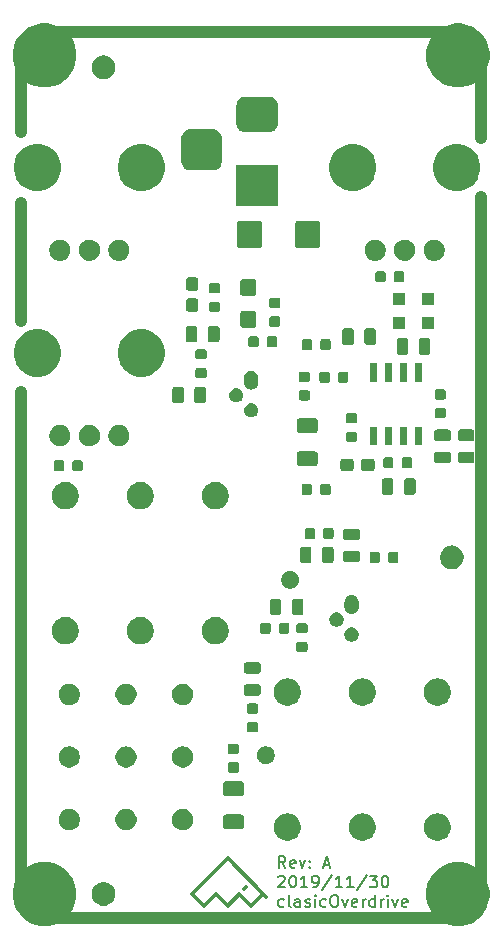
<source format=gbr>
%TF.GenerationSoftware,KiCad,Pcbnew,5.1.5-52549c5~84~ubuntu18.04.1*%
%TF.CreationDate,2019-12-01T00:39:59+01:00*%
%TF.ProjectId,clasicOverdrive,636c6173-6963-44f7-9665-726472697665,A*%
%TF.SameCoordinates,PX6708f40PY898d9f8*%
%TF.FileFunction,Soldermask,Top*%
%TF.FilePolarity,Negative*%
%FSLAX46Y46*%
G04 Gerber Fmt 4.6, Leading zero omitted, Abs format (unit mm)*
G04 Created by KiCad (PCBNEW 5.1.5-52549c5~84~ubuntu18.04.1) date 2019-12-01 00:39:59*
%MOMM*%
%LPD*%
G04 APERTURE LIST*
%ADD10C,0.150000*%
%ADD11C,1.000000*%
%ADD12C,0.300000*%
%ADD13C,0.100000*%
G04 APERTURE END LIST*
D10*
X20407023Y2197620D02*
X20073690Y2673810D01*
X19835595Y2197620D02*
X19835595Y3197620D01*
X20216547Y3197620D01*
X20311785Y3150000D01*
X20359404Y3102381D01*
X20407023Y3007143D01*
X20407023Y2864286D01*
X20359404Y2769048D01*
X20311785Y2721429D01*
X20216547Y2673810D01*
X19835595Y2673810D01*
X21216547Y2245239D02*
X21121309Y2197620D01*
X20930833Y2197620D01*
X20835595Y2245239D01*
X20787976Y2340477D01*
X20787976Y2721429D01*
X20835595Y2816667D01*
X20930833Y2864286D01*
X21121309Y2864286D01*
X21216547Y2816667D01*
X21264166Y2721429D01*
X21264166Y2626191D01*
X20787976Y2530953D01*
X21597500Y2864286D02*
X21835595Y2197620D01*
X22073690Y2864286D01*
X22454642Y2292858D02*
X22502261Y2245239D01*
X22454642Y2197620D01*
X22407023Y2245239D01*
X22454642Y2292858D01*
X22454642Y2197620D01*
X22454642Y2816667D02*
X22502261Y2769048D01*
X22454642Y2721429D01*
X22407023Y2769048D01*
X22454642Y2816667D01*
X22454642Y2721429D01*
X23645119Y2483334D02*
X24121309Y2483334D01*
X23549880Y2197620D02*
X23883214Y3197620D01*
X24216547Y2197620D01*
X19787976Y1452381D02*
X19835595Y1500000D01*
X19930833Y1547620D01*
X20168928Y1547620D01*
X20264166Y1500000D01*
X20311785Y1452381D01*
X20359404Y1357143D01*
X20359404Y1261905D01*
X20311785Y1119048D01*
X19740357Y547620D01*
X20359404Y547620D01*
X20978452Y1547620D02*
X21073690Y1547620D01*
X21168928Y1500000D01*
X21216547Y1452381D01*
X21264166Y1357143D01*
X21311785Y1166667D01*
X21311785Y928572D01*
X21264166Y738096D01*
X21216547Y642858D01*
X21168928Y595239D01*
X21073690Y547620D01*
X20978452Y547620D01*
X20883214Y595239D01*
X20835595Y642858D01*
X20787976Y738096D01*
X20740357Y928572D01*
X20740357Y1166667D01*
X20787976Y1357143D01*
X20835595Y1452381D01*
X20883214Y1500000D01*
X20978452Y1547620D01*
X22264166Y547620D02*
X21692738Y547620D01*
X21978452Y547620D02*
X21978452Y1547620D01*
X21883214Y1404762D01*
X21787976Y1309524D01*
X21692738Y1261905D01*
X22740357Y547620D02*
X22930833Y547620D01*
X23026071Y595239D01*
X23073690Y642858D01*
X23168928Y785715D01*
X23216547Y976191D01*
X23216547Y1357143D01*
X23168928Y1452381D01*
X23121309Y1500000D01*
X23026071Y1547620D01*
X22835595Y1547620D01*
X22740357Y1500000D01*
X22692738Y1452381D01*
X22645119Y1357143D01*
X22645119Y1119048D01*
X22692738Y1023810D01*
X22740357Y976191D01*
X22835595Y928572D01*
X23026071Y928572D01*
X23121309Y976191D01*
X23168928Y1023810D01*
X23216547Y1119048D01*
X24359404Y1595239D02*
X23502261Y309524D01*
X25216547Y547620D02*
X24645119Y547620D01*
X24930833Y547620D02*
X24930833Y1547620D01*
X24835595Y1404762D01*
X24740357Y1309524D01*
X24645119Y1261905D01*
X26168928Y547620D02*
X25597500Y547620D01*
X25883214Y547620D02*
X25883214Y1547620D01*
X25787976Y1404762D01*
X25692738Y1309524D01*
X25597500Y1261905D01*
X27311785Y1595239D02*
X26454642Y309524D01*
X27549880Y1547620D02*
X28168928Y1547620D01*
X27835595Y1166667D01*
X27978452Y1166667D01*
X28073690Y1119048D01*
X28121309Y1071429D01*
X28168928Y976191D01*
X28168928Y738096D01*
X28121309Y642858D01*
X28073690Y595239D01*
X27978452Y547620D01*
X27692738Y547620D01*
X27597500Y595239D01*
X27549880Y642858D01*
X28787976Y1547620D02*
X28883214Y1547620D01*
X28978452Y1500000D01*
X29026071Y1452381D01*
X29073690Y1357143D01*
X29121309Y1166667D01*
X29121309Y928572D01*
X29073690Y738096D01*
X29026071Y642858D01*
X28978452Y595239D01*
X28883214Y547620D01*
X28787976Y547620D01*
X28692738Y595239D01*
X28645119Y642858D01*
X28597500Y738096D01*
X28549880Y928572D01*
X28549880Y1166667D01*
X28597500Y1357143D01*
X28645119Y1452381D01*
X28692738Y1500000D01*
X28787976Y1547620D01*
X20264166Y-1054761D02*
X20168928Y-1102380D01*
X19978452Y-1102380D01*
X19883214Y-1054761D01*
X19835595Y-1007142D01*
X19787976Y-911904D01*
X19787976Y-626190D01*
X19835595Y-530952D01*
X19883214Y-483333D01*
X19978452Y-435714D01*
X20168928Y-435714D01*
X20264166Y-483333D01*
X20835595Y-1102380D02*
X20740357Y-1054761D01*
X20692738Y-959523D01*
X20692738Y-102380D01*
X21645119Y-1102380D02*
X21645119Y-578571D01*
X21597500Y-483333D01*
X21502261Y-435714D01*
X21311785Y-435714D01*
X21216547Y-483333D01*
X21645119Y-1054761D02*
X21549880Y-1102380D01*
X21311785Y-1102380D01*
X21216547Y-1054761D01*
X21168928Y-959523D01*
X21168928Y-864285D01*
X21216547Y-769047D01*
X21311785Y-721428D01*
X21549880Y-721428D01*
X21645119Y-673809D01*
X22073690Y-1054761D02*
X22168928Y-1102380D01*
X22359404Y-1102380D01*
X22454642Y-1054761D01*
X22502261Y-959523D01*
X22502261Y-911904D01*
X22454642Y-816666D01*
X22359404Y-769047D01*
X22216547Y-769047D01*
X22121309Y-721428D01*
X22073690Y-626190D01*
X22073690Y-578571D01*
X22121309Y-483333D01*
X22216547Y-435714D01*
X22359404Y-435714D01*
X22454642Y-483333D01*
X22930833Y-1102380D02*
X22930833Y-435714D01*
X22930833Y-102380D02*
X22883214Y-150000D01*
X22930833Y-197619D01*
X22978452Y-150000D01*
X22930833Y-102380D01*
X22930833Y-197619D01*
X23835595Y-1054761D02*
X23740357Y-1102380D01*
X23549880Y-1102380D01*
X23454642Y-1054761D01*
X23407023Y-1007142D01*
X23359404Y-911904D01*
X23359404Y-626190D01*
X23407023Y-530952D01*
X23454642Y-483333D01*
X23549880Y-435714D01*
X23740357Y-435714D01*
X23835595Y-483333D01*
X24454642Y-102380D02*
X24645119Y-102380D01*
X24740357Y-150000D01*
X24835595Y-245238D01*
X24883214Y-435714D01*
X24883214Y-769047D01*
X24835595Y-959523D01*
X24740357Y-1054761D01*
X24645119Y-1102380D01*
X24454642Y-1102380D01*
X24359404Y-1054761D01*
X24264166Y-959523D01*
X24216547Y-769047D01*
X24216547Y-435714D01*
X24264166Y-245238D01*
X24359404Y-150000D01*
X24454642Y-102380D01*
X25216547Y-435714D02*
X25454642Y-1102380D01*
X25692738Y-435714D01*
X26454642Y-1054761D02*
X26359404Y-1102380D01*
X26168928Y-1102380D01*
X26073690Y-1054761D01*
X26026071Y-959523D01*
X26026071Y-578571D01*
X26073690Y-483333D01*
X26168928Y-435714D01*
X26359404Y-435714D01*
X26454642Y-483333D01*
X26502261Y-578571D01*
X26502261Y-673809D01*
X26026071Y-769047D01*
X26930833Y-1102380D02*
X26930833Y-435714D01*
X26930833Y-626190D02*
X26978452Y-530952D01*
X27026071Y-483333D01*
X27121309Y-435714D01*
X27216547Y-435714D01*
X27978452Y-1102380D02*
X27978452Y-102380D01*
X27978452Y-1054761D02*
X27883214Y-1102380D01*
X27692738Y-1102380D01*
X27597500Y-1054761D01*
X27549880Y-1007142D01*
X27502261Y-911904D01*
X27502261Y-626190D01*
X27549880Y-530952D01*
X27597500Y-483333D01*
X27692738Y-435714D01*
X27883214Y-435714D01*
X27978452Y-483333D01*
X28454642Y-1102380D02*
X28454642Y-435714D01*
X28454642Y-626190D02*
X28502261Y-530952D01*
X28549880Y-483333D01*
X28645119Y-435714D01*
X28740357Y-435714D01*
X29073690Y-1102380D02*
X29073690Y-435714D01*
X29073690Y-102380D02*
X29026071Y-150000D01*
X29073690Y-197619D01*
X29121309Y-150000D01*
X29073690Y-102380D01*
X29073690Y-197619D01*
X29454642Y-435714D02*
X29692738Y-1102380D01*
X29930833Y-435714D01*
X30692738Y-1054761D02*
X30597500Y-1102380D01*
X30407023Y-1102380D01*
X30311785Y-1054761D01*
X30264166Y-959523D01*
X30264166Y-578571D01*
X30311785Y-483333D01*
X30407023Y-435714D01*
X30597500Y-435714D01*
X30692738Y-483333D01*
X30740357Y-578571D01*
X30740357Y-673809D01*
X30264166Y-769047D01*
D11*
X-2000000Y-1000000D02*
X-2000000Y28000000D01*
X-1000000Y-2000000D02*
X-2000000Y-1000000D01*
X-2000000Y28000000D02*
X-2000000Y42500000D01*
X36000000Y-2000000D02*
X-1000000Y-2000000D01*
X37000000Y-1000000D02*
X36000000Y-2000000D01*
X37000000Y2000000D02*
X37000000Y-1000000D01*
X37000000Y57000000D02*
X37000000Y2000000D01*
X37000000Y72000000D02*
X37000000Y64000000D01*
X36000000Y73000000D02*
X37000000Y72000000D01*
X8000000Y73000000D02*
X36000000Y73000000D01*
X-1000000Y73000000D02*
X8000000Y73000000D01*
X-2000000Y72000000D02*
X-2000000Y64500000D01*
X-1000000Y73000000D02*
X-2000000Y72000000D01*
X37000000Y59000000D02*
X37000000Y57000000D01*
X-2000000Y48500000D02*
X-2000000Y58500000D01*
D12*
%TO.C,T1*%
X18500000Y0D02*
X18800000Y-300000D01*
X16900000Y400000D02*
X17100000Y600000D01*
X13500000Y-1000000D02*
X12500000Y0D01*
X14500000Y0D02*
X13500000Y-1000000D01*
X15500000Y-1000000D02*
X14500000Y0D01*
X16500000Y0D02*
X15500000Y-1000000D01*
X17500000Y-1000000D02*
X16500000Y0D01*
X18500000Y0D02*
X17500000Y-1000000D01*
X15500000Y3000000D02*
X18500000Y0D01*
X15500000Y3000000D02*
X12500000Y0D01*
D13*
G36*
X35787559Y2596241D02*
G01*
X35787562Y2596240D01*
X35787561Y2596240D01*
X36278930Y2392709D01*
X36721150Y2097227D01*
X37097227Y1721150D01*
X37392709Y1278930D01*
X37508245Y1000000D01*
X37596241Y787559D01*
X37700000Y265928D01*
X37700000Y-265928D01*
X37596241Y-787559D01*
X37596240Y-787561D01*
X37392709Y-1278930D01*
X37097227Y-1721150D01*
X36721150Y-2097227D01*
X36278930Y-2392709D01*
X35871866Y-2561320D01*
X35787559Y-2596241D01*
X35265928Y-2700000D01*
X34734072Y-2700000D01*
X34212441Y-2596241D01*
X34128134Y-2561320D01*
X33721070Y-2392709D01*
X33278850Y-2097227D01*
X32902773Y-1721150D01*
X32607291Y-1278930D01*
X32403760Y-787561D01*
X32403759Y-787559D01*
X32300000Y-265928D01*
X32300000Y265928D01*
X32403759Y787559D01*
X32491755Y1000000D01*
X32607291Y1278930D01*
X32902773Y1721150D01*
X33278850Y2097227D01*
X33721070Y2392709D01*
X34212439Y2596240D01*
X34212438Y2596240D01*
X34212441Y2596241D01*
X34734072Y2700000D01*
X35265928Y2700000D01*
X35787559Y2596241D01*
G37*
G36*
X787559Y2596241D02*
G01*
X787562Y2596240D01*
X787561Y2596240D01*
X1278930Y2392709D01*
X1721150Y2097227D01*
X2097227Y1721150D01*
X2392709Y1278930D01*
X2508245Y1000000D01*
X2596241Y787559D01*
X2700000Y265928D01*
X2700000Y-265928D01*
X2596241Y-787559D01*
X2596240Y-787561D01*
X2392709Y-1278930D01*
X2097227Y-1721150D01*
X1721150Y-2097227D01*
X1278930Y-2392709D01*
X871866Y-2561320D01*
X787559Y-2596241D01*
X265928Y-2700000D01*
X-265928Y-2700000D01*
X-787559Y-2596241D01*
X-871866Y-2561320D01*
X-1278930Y-2392709D01*
X-1721150Y-2097227D01*
X-2097227Y-1721150D01*
X-2392709Y-1278930D01*
X-2596240Y-787561D01*
X-2596241Y-787559D01*
X-2700000Y-265928D01*
X-2700000Y265928D01*
X-2596241Y787559D01*
X-2508245Y1000000D01*
X-2392709Y1278930D01*
X-2097227Y1721150D01*
X-1721150Y2097227D01*
X-1278930Y2392709D01*
X-787561Y2596240D01*
X-787562Y2596240D01*
X-787559Y2596241D01*
X-265928Y2700000D01*
X265928Y2700000D01*
X787559Y2596241D01*
G37*
G36*
X5195090Y980785D02*
G01*
X5291689Y961571D01*
X5473678Y886189D01*
X5637463Y776751D01*
X5776751Y637463D01*
X5886189Y473678D01*
X5961571Y291689D01*
X6000000Y98491D01*
X6000000Y-98491D01*
X5961571Y-291689D01*
X5886189Y-473678D01*
X5776751Y-637463D01*
X5637463Y-776751D01*
X5473678Y-886189D01*
X5291689Y-961571D01*
X5195090Y-980786D01*
X5098493Y-1000000D01*
X4901507Y-1000000D01*
X4804910Y-980786D01*
X4708311Y-961571D01*
X4526322Y-886189D01*
X4362537Y-776751D01*
X4223249Y-637463D01*
X4113811Y-473678D01*
X4038429Y-291689D01*
X4000000Y-98491D01*
X4000000Y98491D01*
X4038429Y291689D01*
X4113811Y473678D01*
X4223249Y637463D01*
X4362537Y776751D01*
X4526322Y886189D01*
X4708311Y961571D01*
X4804910Y980785D01*
X4901507Y1000000D01*
X5098493Y1000000D01*
X5195090Y980785D01*
G37*
G36*
X20774354Y6797903D02*
G01*
X20885443Y6775806D01*
X21008039Y6725024D01*
X21094728Y6689117D01*
X21283081Y6563264D01*
X21443264Y6403081D01*
X21569117Y6214728D01*
X21605024Y6128039D01*
X21655806Y6005443D01*
X21655806Y6005441D01*
X21700000Y5783267D01*
X21700000Y5556733D01*
X21684630Y5479464D01*
X21655806Y5334557D01*
X21605024Y5211961D01*
X21569117Y5125272D01*
X21443264Y4936919D01*
X21283081Y4776736D01*
X21094728Y4650883D01*
X21008039Y4614976D01*
X20885443Y4564194D01*
X20774354Y4542097D01*
X20663267Y4520000D01*
X20436733Y4520000D01*
X20325646Y4542097D01*
X20214557Y4564194D01*
X20091961Y4614976D01*
X20005272Y4650883D01*
X19816919Y4776736D01*
X19656736Y4936919D01*
X19530883Y5125272D01*
X19494976Y5211961D01*
X19444194Y5334557D01*
X19415370Y5479464D01*
X19400000Y5556733D01*
X19400000Y5783267D01*
X19444194Y6005441D01*
X19444194Y6005443D01*
X19494976Y6128039D01*
X19530883Y6214728D01*
X19656736Y6403081D01*
X19816919Y6563264D01*
X20005272Y6689117D01*
X20091961Y6725024D01*
X20214557Y6775806D01*
X20325646Y6797903D01*
X20436733Y6820000D01*
X20663267Y6820000D01*
X20774354Y6797903D01*
G37*
G36*
X27124354Y6797903D02*
G01*
X27235443Y6775806D01*
X27358039Y6725024D01*
X27444728Y6689117D01*
X27633081Y6563264D01*
X27793264Y6403081D01*
X27919117Y6214728D01*
X27955024Y6128039D01*
X28005806Y6005443D01*
X28005806Y6005441D01*
X28050000Y5783267D01*
X28050000Y5556733D01*
X28034630Y5479464D01*
X28005806Y5334557D01*
X27955024Y5211961D01*
X27919117Y5125272D01*
X27793264Y4936919D01*
X27633081Y4776736D01*
X27444728Y4650883D01*
X27358039Y4614976D01*
X27235443Y4564194D01*
X27124354Y4542097D01*
X27013267Y4520000D01*
X26786733Y4520000D01*
X26675646Y4542097D01*
X26564557Y4564194D01*
X26441961Y4614976D01*
X26355272Y4650883D01*
X26166919Y4776736D01*
X26006736Y4936919D01*
X25880883Y5125272D01*
X25844976Y5211961D01*
X25794194Y5334557D01*
X25765370Y5479464D01*
X25750000Y5556733D01*
X25750000Y5783267D01*
X25794194Y6005441D01*
X25794194Y6005443D01*
X25844976Y6128039D01*
X25880883Y6214728D01*
X26006736Y6403081D01*
X26166919Y6563264D01*
X26355272Y6689117D01*
X26441961Y6725024D01*
X26564557Y6775806D01*
X26675646Y6797903D01*
X26786733Y6820000D01*
X27013267Y6820000D01*
X27124354Y6797903D01*
G37*
G36*
X33474354Y6797903D02*
G01*
X33585443Y6775806D01*
X33708039Y6725024D01*
X33794728Y6689117D01*
X33983081Y6563264D01*
X34143264Y6403081D01*
X34269117Y6214728D01*
X34305024Y6128039D01*
X34355806Y6005443D01*
X34355806Y6005441D01*
X34400000Y5783267D01*
X34400000Y5556733D01*
X34384630Y5479464D01*
X34355806Y5334557D01*
X34305024Y5211961D01*
X34269117Y5125272D01*
X34143264Y4936919D01*
X33983081Y4776736D01*
X33794728Y4650883D01*
X33708039Y4614976D01*
X33585443Y4564194D01*
X33474354Y4542097D01*
X33363267Y4520000D01*
X33136733Y4520000D01*
X33025646Y4542097D01*
X32914557Y4564194D01*
X32791961Y4614976D01*
X32705272Y4650883D01*
X32516919Y4776736D01*
X32356736Y4936919D01*
X32230883Y5125272D01*
X32194976Y5211961D01*
X32144194Y5334557D01*
X32115370Y5479464D01*
X32100000Y5556733D01*
X32100000Y5783267D01*
X32144194Y6005441D01*
X32144194Y6005443D01*
X32194976Y6128039D01*
X32230883Y6214728D01*
X32356736Y6403081D01*
X32516919Y6563264D01*
X32705272Y6689117D01*
X32791961Y6725024D01*
X32914557Y6775806D01*
X33025646Y6797903D01*
X33136733Y6820000D01*
X33363267Y6820000D01*
X33474354Y6797903D01*
G37*
G36*
X11904561Y7176943D02*
G01*
X11962520Y7165414D01*
X12126310Y7097570D01*
X12273717Y6999076D01*
X12399076Y6873717D01*
X12399077Y6873715D01*
X12497571Y6726308D01*
X12505995Y6705970D01*
X12565414Y6562520D01*
X12600000Y6388642D01*
X12600000Y6211358D01*
X12565414Y6037480D01*
X12497570Y5873690D01*
X12399076Y5726283D01*
X12273717Y5600924D01*
X12126310Y5502430D01*
X11962520Y5434586D01*
X11904561Y5423057D01*
X11788644Y5400000D01*
X11611356Y5400000D01*
X11495439Y5423057D01*
X11437480Y5434586D01*
X11273690Y5502430D01*
X11126283Y5600924D01*
X11000924Y5726283D01*
X10902430Y5873690D01*
X10834586Y6037480D01*
X10800000Y6211358D01*
X10800000Y6388642D01*
X10834586Y6562520D01*
X10894005Y6705970D01*
X10902429Y6726308D01*
X11000923Y6873715D01*
X11000924Y6873717D01*
X11126283Y6999076D01*
X11273690Y7097570D01*
X11437480Y7165414D01*
X11495439Y7176943D01*
X11611356Y7200000D01*
X11788644Y7200000D01*
X11904561Y7176943D01*
G37*
G36*
X7104561Y7176943D02*
G01*
X7162520Y7165414D01*
X7326310Y7097570D01*
X7473717Y6999076D01*
X7599076Y6873717D01*
X7599077Y6873715D01*
X7697571Y6726308D01*
X7705995Y6705970D01*
X7765414Y6562520D01*
X7800000Y6388642D01*
X7800000Y6211358D01*
X7765414Y6037480D01*
X7697570Y5873690D01*
X7599076Y5726283D01*
X7473717Y5600924D01*
X7326310Y5502430D01*
X7162520Y5434586D01*
X7104561Y5423057D01*
X6988644Y5400000D01*
X6811356Y5400000D01*
X6695439Y5423057D01*
X6637480Y5434586D01*
X6473690Y5502430D01*
X6326283Y5600924D01*
X6200924Y5726283D01*
X6102430Y5873690D01*
X6034586Y6037480D01*
X6000000Y6211358D01*
X6000000Y6388642D01*
X6034586Y6562520D01*
X6094005Y6705970D01*
X6102429Y6726308D01*
X6200923Y6873715D01*
X6200924Y6873717D01*
X6326283Y6999076D01*
X6473690Y7097570D01*
X6637480Y7165414D01*
X6695439Y7176943D01*
X6811356Y7200000D01*
X6988644Y7200000D01*
X7104561Y7176943D01*
G37*
G36*
X2304561Y7176943D02*
G01*
X2362520Y7165414D01*
X2526310Y7097570D01*
X2673717Y6999076D01*
X2799076Y6873717D01*
X2799077Y6873715D01*
X2897571Y6726308D01*
X2905995Y6705970D01*
X2965414Y6562520D01*
X3000000Y6388642D01*
X3000000Y6211358D01*
X2965414Y6037480D01*
X2897570Y5873690D01*
X2799076Y5726283D01*
X2673717Y5600924D01*
X2526310Y5502430D01*
X2362520Y5434586D01*
X2304561Y5423057D01*
X2188644Y5400000D01*
X2011356Y5400000D01*
X1895439Y5423057D01*
X1837480Y5434586D01*
X1673690Y5502430D01*
X1526283Y5600924D01*
X1400924Y5726283D01*
X1302430Y5873690D01*
X1234586Y6037480D01*
X1200000Y6211358D01*
X1200000Y6388642D01*
X1234586Y6562520D01*
X1294005Y6705970D01*
X1302429Y6726308D01*
X1400923Y6873715D01*
X1400924Y6873717D01*
X1526283Y6999076D01*
X1673690Y7097570D01*
X1837480Y7165414D01*
X1895439Y7176943D01*
X2011356Y7200000D01*
X2188644Y7200000D01*
X2304561Y7176943D01*
G37*
G36*
X16697872Y6720536D02*
G01*
X16739097Y6708031D01*
X16777090Y6687722D01*
X16810392Y6660392D01*
X16837722Y6627090D01*
X16858031Y6589097D01*
X16870536Y6547872D01*
X16875000Y6502546D01*
X16875000Y5697454D01*
X16870536Y5652128D01*
X16858031Y5610903D01*
X16837722Y5572910D01*
X16810392Y5539608D01*
X16777090Y5512278D01*
X16739097Y5491969D01*
X16697872Y5479464D01*
X16652546Y5475000D01*
X15347454Y5475000D01*
X15302128Y5479464D01*
X15260903Y5491969D01*
X15222910Y5512278D01*
X15189608Y5539608D01*
X15162278Y5572910D01*
X15141969Y5610903D01*
X15129464Y5652128D01*
X15125000Y5697454D01*
X15125000Y6502546D01*
X15129464Y6547872D01*
X15141969Y6589097D01*
X15162278Y6627090D01*
X15189608Y6660392D01*
X15222910Y6687722D01*
X15260903Y6708031D01*
X15302128Y6720536D01*
X15347454Y6725000D01*
X16652546Y6725000D01*
X16697872Y6720536D01*
G37*
G36*
X16697872Y9520536D02*
G01*
X16739097Y9508031D01*
X16777090Y9487722D01*
X16810392Y9460392D01*
X16837722Y9427090D01*
X16858031Y9389097D01*
X16870536Y9347872D01*
X16875000Y9302546D01*
X16875000Y8497454D01*
X16870536Y8452128D01*
X16858031Y8410903D01*
X16837722Y8372910D01*
X16810392Y8339608D01*
X16777090Y8312278D01*
X16739097Y8291969D01*
X16697872Y8279464D01*
X16652546Y8275000D01*
X15347454Y8275000D01*
X15302128Y8279464D01*
X15260903Y8291969D01*
X15222910Y8312278D01*
X15189608Y8339608D01*
X15162278Y8372910D01*
X15141969Y8410903D01*
X15129464Y8452128D01*
X15125000Y8497454D01*
X15125000Y9302546D01*
X15129464Y9347872D01*
X15141969Y9389097D01*
X15162278Y9427090D01*
X15189608Y9460392D01*
X15222910Y9487722D01*
X15260903Y9508031D01*
X15302128Y9520536D01*
X15347454Y9525000D01*
X16652546Y9525000D01*
X16697872Y9520536D01*
G37*
G36*
X16319002Y11146040D02*
G01*
X16355301Y11135029D01*
X16388757Y11117146D01*
X16418081Y11093081D01*
X16442146Y11063757D01*
X16460029Y11030301D01*
X16471040Y10994002D01*
X16475000Y10953796D01*
X16475000Y10471204D01*
X16471040Y10430998D01*
X16460029Y10394699D01*
X16442146Y10361243D01*
X16418081Y10331919D01*
X16388757Y10307854D01*
X16355301Y10289971D01*
X16319002Y10278960D01*
X16278796Y10275000D01*
X15721204Y10275000D01*
X15680998Y10278960D01*
X15644699Y10289971D01*
X15611243Y10307854D01*
X15581919Y10331919D01*
X15557854Y10361243D01*
X15539971Y10394699D01*
X15528960Y10430998D01*
X15525000Y10471204D01*
X15525000Y10953796D01*
X15528960Y10994002D01*
X15539971Y11030301D01*
X15557854Y11063757D01*
X15581919Y11093081D01*
X15611243Y11117146D01*
X15644699Y11135029D01*
X15680998Y11146040D01*
X15721204Y11150000D01*
X16278796Y11150000D01*
X16319002Y11146040D01*
G37*
G36*
X2304561Y12476943D02*
G01*
X2362520Y12465414D01*
X2526310Y12397570D01*
X2673717Y12299076D01*
X2799076Y12173717D01*
X2897570Y12026310D01*
X2965414Y11862520D01*
X3000000Y11688642D01*
X3000000Y11511358D01*
X2965414Y11337480D01*
X2897570Y11173690D01*
X2799076Y11026283D01*
X2673717Y10900924D01*
X2526310Y10802430D01*
X2362520Y10734586D01*
X2304561Y10723057D01*
X2188644Y10700000D01*
X2011356Y10700000D01*
X1895439Y10723057D01*
X1837480Y10734586D01*
X1673690Y10802430D01*
X1526283Y10900924D01*
X1400924Y11026283D01*
X1302430Y11173690D01*
X1234586Y11337480D01*
X1200000Y11511358D01*
X1200000Y11688642D01*
X1234586Y11862520D01*
X1302430Y12026310D01*
X1400924Y12173717D01*
X1526283Y12299076D01*
X1673690Y12397570D01*
X1837480Y12465414D01*
X1895439Y12476943D01*
X2011356Y12500000D01*
X2188644Y12500000D01*
X2304561Y12476943D01*
G37*
G36*
X7104561Y12476943D02*
G01*
X7162520Y12465414D01*
X7326310Y12397570D01*
X7473717Y12299076D01*
X7599076Y12173717D01*
X7697570Y12026310D01*
X7765414Y11862520D01*
X7800000Y11688642D01*
X7800000Y11511358D01*
X7765414Y11337480D01*
X7697570Y11173690D01*
X7599076Y11026283D01*
X7473717Y10900924D01*
X7326310Y10802430D01*
X7162520Y10734586D01*
X7104561Y10723057D01*
X6988644Y10700000D01*
X6811356Y10700000D01*
X6695439Y10723057D01*
X6637480Y10734586D01*
X6473690Y10802430D01*
X6326283Y10900924D01*
X6200924Y11026283D01*
X6102430Y11173690D01*
X6034586Y11337480D01*
X6000000Y11511358D01*
X6000000Y11688642D01*
X6034586Y11862520D01*
X6102430Y12026310D01*
X6200924Y12173717D01*
X6326283Y12299076D01*
X6473690Y12397570D01*
X6637480Y12465414D01*
X6695439Y12476943D01*
X6811356Y12500000D01*
X6988644Y12500000D01*
X7104561Y12476943D01*
G37*
G36*
X11904561Y12476943D02*
G01*
X11962520Y12465414D01*
X12126310Y12397570D01*
X12273717Y12299076D01*
X12399076Y12173717D01*
X12497570Y12026310D01*
X12565414Y11862520D01*
X12600000Y11688642D01*
X12600000Y11511358D01*
X12565414Y11337480D01*
X12497570Y11173690D01*
X12399076Y11026283D01*
X12273717Y10900924D01*
X12126310Y10802430D01*
X11962520Y10734586D01*
X11904561Y10723057D01*
X11788644Y10700000D01*
X11611356Y10700000D01*
X11495439Y10723057D01*
X11437480Y10734586D01*
X11273690Y10802430D01*
X11126283Y10900924D01*
X11000924Y11026283D01*
X10902430Y11173690D01*
X10834586Y11337480D01*
X10800000Y11511358D01*
X10800000Y11688642D01*
X10834586Y11862520D01*
X10902430Y12026310D01*
X11000924Y12173717D01*
X11126283Y12299076D01*
X11273690Y12397570D01*
X11437480Y12465414D01*
X11495439Y12476943D01*
X11611356Y12500000D01*
X11788644Y12500000D01*
X11904561Y12476943D01*
G37*
G36*
X18968765Y12471179D02*
G01*
X19105257Y12414642D01*
X19228096Y12332564D01*
X19332564Y12228096D01*
X19414642Y12105257D01*
X19471179Y11968765D01*
X19500000Y11823870D01*
X19500000Y11676130D01*
X19471179Y11531235D01*
X19414642Y11394743D01*
X19332564Y11271904D01*
X19228096Y11167436D01*
X19105257Y11085358D01*
X18968765Y11028821D01*
X18823870Y11000000D01*
X18676130Y11000000D01*
X18531235Y11028821D01*
X18394743Y11085358D01*
X18271904Y11167436D01*
X18167436Y11271904D01*
X18085358Y11394743D01*
X18028821Y11531235D01*
X18000000Y11676130D01*
X18000000Y11823870D01*
X18028821Y11968765D01*
X18085358Y12105257D01*
X18167436Y12228096D01*
X18271904Y12332564D01*
X18394743Y12414642D01*
X18531235Y12471179D01*
X18676130Y12500000D01*
X18823870Y12500000D01*
X18968765Y12471179D01*
G37*
G36*
X16319002Y12721040D02*
G01*
X16355301Y12710029D01*
X16388757Y12692146D01*
X16418081Y12668081D01*
X16442146Y12638757D01*
X16460029Y12605301D01*
X16471040Y12569002D01*
X16475000Y12528796D01*
X16475000Y12046204D01*
X16471040Y12005998D01*
X16460029Y11969699D01*
X16442146Y11936243D01*
X16418081Y11906919D01*
X16388757Y11882854D01*
X16355301Y11864971D01*
X16319002Y11853960D01*
X16278796Y11850000D01*
X15721204Y11850000D01*
X15680998Y11853960D01*
X15644699Y11864971D01*
X15611243Y11882854D01*
X15581919Y11906919D01*
X15557854Y11936243D01*
X15539971Y11969699D01*
X15528960Y12005998D01*
X15525000Y12046204D01*
X15525000Y12528796D01*
X15528960Y12569002D01*
X15539971Y12605301D01*
X15557854Y12638757D01*
X15581919Y12668081D01*
X15611243Y12692146D01*
X15644699Y12710029D01*
X15680998Y12721040D01*
X15721204Y12725000D01*
X16278796Y12725000D01*
X16319002Y12721040D01*
G37*
G36*
X17919002Y14558540D02*
G01*
X17955301Y14547529D01*
X17988757Y14529646D01*
X18018081Y14505581D01*
X18042146Y14476257D01*
X18060029Y14442801D01*
X18071040Y14406502D01*
X18075000Y14366296D01*
X18075000Y13883704D01*
X18071040Y13843498D01*
X18060029Y13807199D01*
X18042146Y13773743D01*
X18018081Y13744419D01*
X17988757Y13720354D01*
X17955301Y13702471D01*
X17919002Y13691460D01*
X17878796Y13687500D01*
X17321204Y13687500D01*
X17280998Y13691460D01*
X17244699Y13702471D01*
X17211243Y13720354D01*
X17181919Y13744419D01*
X17157854Y13773743D01*
X17139971Y13807199D01*
X17128960Y13843498D01*
X17125000Y13883704D01*
X17125000Y14366296D01*
X17128960Y14406502D01*
X17139971Y14442801D01*
X17157854Y14476257D01*
X17181919Y14505581D01*
X17211243Y14529646D01*
X17244699Y14547529D01*
X17280998Y14558540D01*
X17321204Y14562500D01*
X17878796Y14562500D01*
X17919002Y14558540D01*
G37*
G36*
X17919002Y16133540D02*
G01*
X17955301Y16122529D01*
X17988757Y16104646D01*
X18018081Y16080581D01*
X18042146Y16051257D01*
X18060029Y16017801D01*
X18071040Y15981502D01*
X18075000Y15941296D01*
X18075000Y15458704D01*
X18071040Y15418498D01*
X18060029Y15382199D01*
X18042146Y15348743D01*
X18018081Y15319419D01*
X17988757Y15295354D01*
X17955301Y15277471D01*
X17919002Y15266460D01*
X17878796Y15262500D01*
X17321204Y15262500D01*
X17280998Y15266460D01*
X17244699Y15277471D01*
X17211243Y15295354D01*
X17181919Y15319419D01*
X17157854Y15348743D01*
X17139971Y15382199D01*
X17128960Y15418498D01*
X17125000Y15458704D01*
X17125000Y15941296D01*
X17128960Y15981502D01*
X17139971Y16017801D01*
X17157854Y16051257D01*
X17181919Y16080581D01*
X17211243Y16104646D01*
X17244699Y16122529D01*
X17280998Y16133540D01*
X17321204Y16137500D01*
X17878796Y16137500D01*
X17919002Y16133540D01*
G37*
G36*
X20774354Y18227903D02*
G01*
X20885443Y18205806D01*
X21008039Y18155024D01*
X21094728Y18119117D01*
X21283081Y17993264D01*
X21443264Y17833081D01*
X21569117Y17644728D01*
X21598463Y17573879D01*
X21655806Y17435443D01*
X21655806Y17435441D01*
X21700000Y17213267D01*
X21700000Y16986733D01*
X21692916Y16951121D01*
X21655806Y16764557D01*
X21605024Y16641961D01*
X21569117Y16555272D01*
X21443264Y16366919D01*
X21283081Y16206736D01*
X21094728Y16080883D01*
X21023204Y16051257D01*
X20885443Y15994194D01*
X20774354Y15972097D01*
X20663267Y15950000D01*
X20436733Y15950000D01*
X20325646Y15972097D01*
X20214557Y15994194D01*
X20076796Y16051257D01*
X20005272Y16080883D01*
X19816919Y16206736D01*
X19656736Y16366919D01*
X19530883Y16555272D01*
X19494976Y16641961D01*
X19444194Y16764557D01*
X19407084Y16951121D01*
X19400000Y16986733D01*
X19400000Y17213267D01*
X19444194Y17435441D01*
X19444194Y17435443D01*
X19501537Y17573879D01*
X19530883Y17644728D01*
X19656736Y17833081D01*
X19816919Y17993264D01*
X20005272Y18119117D01*
X20091961Y18155024D01*
X20214557Y18205806D01*
X20325646Y18227903D01*
X20436733Y18250000D01*
X20663267Y18250000D01*
X20774354Y18227903D01*
G37*
G36*
X33474354Y18227903D02*
G01*
X33585443Y18205806D01*
X33708039Y18155024D01*
X33794728Y18119117D01*
X33983081Y17993264D01*
X34143264Y17833081D01*
X34269117Y17644728D01*
X34298463Y17573879D01*
X34355806Y17435443D01*
X34355806Y17435441D01*
X34400000Y17213267D01*
X34400000Y16986733D01*
X34392916Y16951121D01*
X34355806Y16764557D01*
X34305024Y16641961D01*
X34269117Y16555272D01*
X34143264Y16366919D01*
X33983081Y16206736D01*
X33794728Y16080883D01*
X33723204Y16051257D01*
X33585443Y15994194D01*
X33474354Y15972097D01*
X33363267Y15950000D01*
X33136733Y15950000D01*
X33025646Y15972097D01*
X32914557Y15994194D01*
X32776796Y16051257D01*
X32705272Y16080883D01*
X32516919Y16206736D01*
X32356736Y16366919D01*
X32230883Y16555272D01*
X32194976Y16641961D01*
X32144194Y16764557D01*
X32107084Y16951121D01*
X32100000Y16986733D01*
X32100000Y17213267D01*
X32144194Y17435441D01*
X32144194Y17435443D01*
X32201537Y17573879D01*
X32230883Y17644728D01*
X32356736Y17833081D01*
X32516919Y17993264D01*
X32705272Y18119117D01*
X32791961Y18155024D01*
X32914557Y18205806D01*
X33025646Y18227903D01*
X33136733Y18250000D01*
X33363267Y18250000D01*
X33474354Y18227903D01*
G37*
G36*
X27124354Y18227903D02*
G01*
X27235443Y18205806D01*
X27358039Y18155024D01*
X27444728Y18119117D01*
X27633081Y17993264D01*
X27793264Y17833081D01*
X27919117Y17644728D01*
X27948463Y17573879D01*
X28005806Y17435443D01*
X28005806Y17435441D01*
X28050000Y17213267D01*
X28050000Y16986733D01*
X28042916Y16951121D01*
X28005806Y16764557D01*
X27955024Y16641961D01*
X27919117Y16555272D01*
X27793264Y16366919D01*
X27633081Y16206736D01*
X27444728Y16080883D01*
X27373204Y16051257D01*
X27235443Y15994194D01*
X27124354Y15972097D01*
X27013267Y15950000D01*
X26786733Y15950000D01*
X26675646Y15972097D01*
X26564557Y15994194D01*
X26426796Y16051257D01*
X26355272Y16080883D01*
X26166919Y16206736D01*
X26006736Y16366919D01*
X25880883Y16555272D01*
X25844976Y16641961D01*
X25794194Y16764557D01*
X25757084Y16951121D01*
X25750000Y16986733D01*
X25750000Y17213267D01*
X25794194Y17435441D01*
X25794194Y17435443D01*
X25851537Y17573879D01*
X25880883Y17644728D01*
X26006736Y17833081D01*
X26166919Y17993264D01*
X26355272Y18119117D01*
X26441961Y18155024D01*
X26564557Y18205806D01*
X26675646Y18227903D01*
X26786733Y18250000D01*
X27013267Y18250000D01*
X27124354Y18227903D01*
G37*
G36*
X2304561Y17776943D02*
G01*
X2362520Y17765414D01*
X2526310Y17697570D01*
X2673717Y17599076D01*
X2799076Y17473717D01*
X2824651Y17435441D01*
X2897571Y17326308D01*
X2965414Y17162519D01*
X3000000Y16988644D01*
X3000000Y16811356D01*
X2993700Y16779684D01*
X2965414Y16637480D01*
X2897570Y16473690D01*
X2799076Y16326283D01*
X2673717Y16200924D01*
X2526310Y16102430D01*
X2362520Y16034586D01*
X2304561Y16023057D01*
X2188644Y16000000D01*
X2011356Y16000000D01*
X1895439Y16023057D01*
X1837480Y16034586D01*
X1673690Y16102430D01*
X1526283Y16200924D01*
X1400924Y16326283D01*
X1302430Y16473690D01*
X1234586Y16637480D01*
X1206300Y16779684D01*
X1200000Y16811356D01*
X1200000Y16988644D01*
X1234586Y17162519D01*
X1302429Y17326308D01*
X1375349Y17435441D01*
X1400924Y17473717D01*
X1526283Y17599076D01*
X1673690Y17697570D01*
X1837480Y17765414D01*
X1895439Y17776943D01*
X2011356Y17800000D01*
X2188644Y17800000D01*
X2304561Y17776943D01*
G37*
G36*
X7104561Y17776943D02*
G01*
X7162520Y17765414D01*
X7326310Y17697570D01*
X7473717Y17599076D01*
X7599076Y17473717D01*
X7624651Y17435441D01*
X7697571Y17326308D01*
X7765414Y17162519D01*
X7800000Y16988644D01*
X7800000Y16811356D01*
X7793700Y16779684D01*
X7765414Y16637480D01*
X7697570Y16473690D01*
X7599076Y16326283D01*
X7473717Y16200924D01*
X7326310Y16102430D01*
X7162520Y16034586D01*
X7104561Y16023057D01*
X6988644Y16000000D01*
X6811356Y16000000D01*
X6695439Y16023057D01*
X6637480Y16034586D01*
X6473690Y16102430D01*
X6326283Y16200924D01*
X6200924Y16326283D01*
X6102430Y16473690D01*
X6034586Y16637480D01*
X6006300Y16779684D01*
X6000000Y16811356D01*
X6000000Y16988644D01*
X6034586Y17162519D01*
X6102429Y17326308D01*
X6175349Y17435441D01*
X6200924Y17473717D01*
X6326283Y17599076D01*
X6473690Y17697570D01*
X6637480Y17765414D01*
X6695439Y17776943D01*
X6811356Y17800000D01*
X6988644Y17800000D01*
X7104561Y17776943D01*
G37*
G36*
X11904561Y17776943D02*
G01*
X11962520Y17765414D01*
X12126310Y17697570D01*
X12273717Y17599076D01*
X12399076Y17473717D01*
X12424651Y17435441D01*
X12497571Y17326308D01*
X12565414Y17162519D01*
X12600000Y16988644D01*
X12600000Y16811356D01*
X12593700Y16779684D01*
X12565414Y16637480D01*
X12497570Y16473690D01*
X12399076Y16326283D01*
X12273717Y16200924D01*
X12126310Y16102430D01*
X11962520Y16034586D01*
X11904561Y16023057D01*
X11788644Y16000000D01*
X11611356Y16000000D01*
X11495439Y16023057D01*
X11437480Y16034586D01*
X11273690Y16102430D01*
X11126283Y16200924D01*
X11000924Y16326283D01*
X10902430Y16473690D01*
X10834586Y16637480D01*
X10806300Y16779684D01*
X10800000Y16811356D01*
X10800000Y16988644D01*
X10834586Y17162519D01*
X10902429Y17326308D01*
X10975349Y17435441D01*
X11000924Y17473717D01*
X11126283Y17599076D01*
X11273690Y17697570D01*
X11437480Y17765414D01*
X11495439Y17776943D01*
X11611356Y17800000D01*
X11788644Y17800000D01*
X11904561Y17776943D01*
G37*
G36*
X18123879Y17745560D02*
G01*
X18164870Y17733126D01*
X18202645Y17712935D01*
X18235758Y17685758D01*
X18262935Y17652645D01*
X18283126Y17614870D01*
X18295560Y17573879D01*
X18300000Y17528796D01*
X18300000Y16996204D01*
X18295560Y16951121D01*
X18283126Y16910130D01*
X18262935Y16872355D01*
X18235758Y16839242D01*
X18202645Y16812065D01*
X18164870Y16791874D01*
X18123879Y16779440D01*
X18078796Y16775000D01*
X17121204Y16775000D01*
X17076121Y16779440D01*
X17035130Y16791874D01*
X16997355Y16812065D01*
X16964242Y16839242D01*
X16937065Y16872355D01*
X16916874Y16910130D01*
X16904440Y16951121D01*
X16900000Y16996204D01*
X16900000Y17528796D01*
X16904440Y17573879D01*
X16916874Y17614870D01*
X16937065Y17652645D01*
X16964242Y17685758D01*
X16997355Y17712935D01*
X17035130Y17733126D01*
X17076121Y17745560D01*
X17121204Y17750000D01*
X18078796Y17750000D01*
X18123879Y17745560D01*
G37*
G36*
X18123879Y19620560D02*
G01*
X18164870Y19608126D01*
X18202645Y19587935D01*
X18235758Y19560758D01*
X18262935Y19527645D01*
X18283126Y19489870D01*
X18295560Y19448879D01*
X18300000Y19403796D01*
X18300000Y18871204D01*
X18295560Y18826121D01*
X18283126Y18785130D01*
X18262935Y18747355D01*
X18235758Y18714242D01*
X18202645Y18687065D01*
X18164870Y18666874D01*
X18123879Y18654440D01*
X18078796Y18650000D01*
X17121204Y18650000D01*
X17076121Y18654440D01*
X17035130Y18666874D01*
X16997355Y18687065D01*
X16964242Y18714242D01*
X16937065Y18747355D01*
X16916874Y18785130D01*
X16904440Y18826121D01*
X16900000Y18871204D01*
X16900000Y19403796D01*
X16904440Y19448879D01*
X16916874Y19489870D01*
X16937065Y19527645D01*
X16964242Y19560758D01*
X16997355Y19587935D01*
X17035130Y19608126D01*
X17076121Y19620560D01*
X17121204Y19625000D01*
X18078796Y19625000D01*
X18123879Y19620560D01*
G37*
G36*
X22119002Y21346040D02*
G01*
X22155301Y21335029D01*
X22188757Y21317146D01*
X22218081Y21293081D01*
X22242146Y21263757D01*
X22260029Y21230301D01*
X22271040Y21194002D01*
X22275000Y21153796D01*
X22275000Y20671204D01*
X22271040Y20630998D01*
X22260029Y20594699D01*
X22242146Y20561243D01*
X22218081Y20531919D01*
X22188757Y20507854D01*
X22155301Y20489971D01*
X22119002Y20478960D01*
X22078796Y20475000D01*
X21521204Y20475000D01*
X21480998Y20478960D01*
X21444699Y20489971D01*
X21411243Y20507854D01*
X21381919Y20531919D01*
X21357854Y20561243D01*
X21339971Y20594699D01*
X21328960Y20630998D01*
X21325000Y20671204D01*
X21325000Y21153796D01*
X21328960Y21194002D01*
X21339971Y21230301D01*
X21357854Y21263757D01*
X21381919Y21293081D01*
X21411243Y21317146D01*
X21444699Y21335029D01*
X21480998Y21346040D01*
X21521204Y21350000D01*
X22078796Y21350000D01*
X22119002Y21346040D01*
G37*
G36*
X14674354Y23427903D02*
G01*
X14785443Y23405806D01*
X14908039Y23355024D01*
X14994728Y23319117D01*
X15183081Y23193264D01*
X15343264Y23033081D01*
X15469117Y22844728D01*
X15502576Y22763950D01*
X15555806Y22635443D01*
X15575399Y22536943D01*
X15600000Y22413267D01*
X15600000Y22186733D01*
X15594690Y22160038D01*
X15555806Y21964557D01*
X15505024Y21841961D01*
X15469117Y21755272D01*
X15343264Y21566919D01*
X15183081Y21406736D01*
X14994728Y21280883D01*
X14926883Y21252781D01*
X14785443Y21194194D01*
X14683549Y21173926D01*
X14563267Y21150000D01*
X14336733Y21150000D01*
X14216451Y21173926D01*
X14114557Y21194194D01*
X13973117Y21252781D01*
X13905272Y21280883D01*
X13716919Y21406736D01*
X13556736Y21566919D01*
X13430883Y21755272D01*
X13394976Y21841961D01*
X13344194Y21964557D01*
X13305310Y22160038D01*
X13300000Y22186733D01*
X13300000Y22413267D01*
X13324601Y22536943D01*
X13344194Y22635443D01*
X13397424Y22763950D01*
X13430883Y22844728D01*
X13556736Y23033081D01*
X13716919Y23193264D01*
X13905272Y23319117D01*
X13991961Y23355024D01*
X14114557Y23405806D01*
X14225646Y23427903D01*
X14336733Y23450000D01*
X14563267Y23450000D01*
X14674354Y23427903D01*
G37*
G36*
X1974354Y23427903D02*
G01*
X2085443Y23405806D01*
X2208039Y23355024D01*
X2294728Y23319117D01*
X2483081Y23193264D01*
X2643264Y23033081D01*
X2769117Y22844728D01*
X2802576Y22763950D01*
X2855806Y22635443D01*
X2875399Y22536943D01*
X2900000Y22413267D01*
X2900000Y22186733D01*
X2894690Y22160038D01*
X2855806Y21964557D01*
X2805024Y21841961D01*
X2769117Y21755272D01*
X2643264Y21566919D01*
X2483081Y21406736D01*
X2294728Y21280883D01*
X2226883Y21252781D01*
X2085443Y21194194D01*
X1983549Y21173926D01*
X1863267Y21150000D01*
X1636733Y21150000D01*
X1516451Y21173926D01*
X1414557Y21194194D01*
X1273117Y21252781D01*
X1205272Y21280883D01*
X1016919Y21406736D01*
X856736Y21566919D01*
X730883Y21755272D01*
X694976Y21841961D01*
X644194Y21964557D01*
X605310Y22160038D01*
X600000Y22186733D01*
X600000Y22413267D01*
X624601Y22536943D01*
X644194Y22635443D01*
X697424Y22763950D01*
X730883Y22844728D01*
X856736Y23033081D01*
X1016919Y23193264D01*
X1205272Y23319117D01*
X1291961Y23355024D01*
X1414557Y23405806D01*
X1525646Y23427903D01*
X1636733Y23450000D01*
X1863267Y23450000D01*
X1974354Y23427903D01*
G37*
G36*
X8324354Y23427903D02*
G01*
X8435443Y23405806D01*
X8558039Y23355024D01*
X8644728Y23319117D01*
X8833081Y23193264D01*
X8993264Y23033081D01*
X9119117Y22844728D01*
X9152576Y22763950D01*
X9205806Y22635443D01*
X9225399Y22536943D01*
X9250000Y22413267D01*
X9250000Y22186733D01*
X9244690Y22160038D01*
X9205806Y21964557D01*
X9155024Y21841961D01*
X9119117Y21755272D01*
X8993264Y21566919D01*
X8833081Y21406736D01*
X8644728Y21280883D01*
X8576883Y21252781D01*
X8435443Y21194194D01*
X8333549Y21173926D01*
X8213267Y21150000D01*
X7986733Y21150000D01*
X7866451Y21173926D01*
X7764557Y21194194D01*
X7623117Y21252781D01*
X7555272Y21280883D01*
X7366919Y21406736D01*
X7206736Y21566919D01*
X7080883Y21755272D01*
X7044976Y21841961D01*
X6994194Y21964557D01*
X6955310Y22160038D01*
X6950000Y22186733D01*
X6950000Y22413267D01*
X6974601Y22536943D01*
X6994194Y22635443D01*
X7047424Y22763950D01*
X7080883Y22844728D01*
X7206736Y23033081D01*
X7366919Y23193264D01*
X7555272Y23319117D01*
X7641961Y23355024D01*
X7764557Y23405806D01*
X7875646Y23427903D01*
X7986733Y23450000D01*
X8213267Y23450000D01*
X8324354Y23427903D01*
G37*
G36*
X26175012Y22536943D02*
G01*
X26175015Y22536942D01*
X26175014Y22536942D01*
X26284207Y22491713D01*
X26382478Y22426050D01*
X26466050Y22342478D01*
X26531713Y22244207D01*
X26531714Y22244205D01*
X26576943Y22135012D01*
X26600000Y22019096D01*
X26600000Y21900904D01*
X26576943Y21784988D01*
X26576942Y21784986D01*
X26531713Y21675793D01*
X26466050Y21577522D01*
X26382478Y21493950D01*
X26284207Y21428287D01*
X26284206Y21428286D01*
X26284205Y21428286D01*
X26175012Y21383057D01*
X26059096Y21360000D01*
X25940904Y21360000D01*
X25824988Y21383057D01*
X25715795Y21428286D01*
X25715794Y21428286D01*
X25715793Y21428287D01*
X25617522Y21493950D01*
X25533950Y21577522D01*
X25468287Y21675793D01*
X25423058Y21784986D01*
X25423057Y21784988D01*
X25400000Y21900904D01*
X25400000Y22019096D01*
X25423057Y22135012D01*
X25468286Y22244205D01*
X25468287Y22244207D01*
X25533950Y22342478D01*
X25617522Y22426050D01*
X25715793Y22491713D01*
X25824986Y22536942D01*
X25824985Y22536942D01*
X25824988Y22536943D01*
X25940904Y22560000D01*
X26059096Y22560000D01*
X26175012Y22536943D01*
G37*
G36*
X18994002Y22971040D02*
G01*
X19030301Y22960029D01*
X19063757Y22942146D01*
X19093081Y22918081D01*
X19117146Y22888757D01*
X19135029Y22855301D01*
X19146040Y22819002D01*
X19150000Y22778796D01*
X19150000Y22221204D01*
X19146040Y22180998D01*
X19135029Y22144699D01*
X19117146Y22111243D01*
X19093081Y22081919D01*
X19063757Y22057854D01*
X19030301Y22039971D01*
X18994002Y22028960D01*
X18953796Y22025000D01*
X18471204Y22025000D01*
X18430998Y22028960D01*
X18394699Y22039971D01*
X18361243Y22057854D01*
X18331919Y22081919D01*
X18307854Y22111243D01*
X18289971Y22144699D01*
X18278960Y22180998D01*
X18275000Y22221204D01*
X18275000Y22778796D01*
X18278960Y22819002D01*
X18289971Y22855301D01*
X18307854Y22888757D01*
X18331919Y22918081D01*
X18361243Y22942146D01*
X18394699Y22960029D01*
X18430998Y22971040D01*
X18471204Y22975000D01*
X18953796Y22975000D01*
X18994002Y22971040D01*
G37*
G36*
X20569002Y22971040D02*
G01*
X20605301Y22960029D01*
X20638757Y22942146D01*
X20668081Y22918081D01*
X20692146Y22888757D01*
X20710029Y22855301D01*
X20721040Y22819002D01*
X20725000Y22778796D01*
X20725000Y22221204D01*
X20721040Y22180998D01*
X20710029Y22144699D01*
X20692146Y22111243D01*
X20668081Y22081919D01*
X20638757Y22057854D01*
X20605301Y22039971D01*
X20569002Y22028960D01*
X20528796Y22025000D01*
X20046204Y22025000D01*
X20005998Y22028960D01*
X19969699Y22039971D01*
X19936243Y22057854D01*
X19906919Y22081919D01*
X19882854Y22111243D01*
X19864971Y22144699D01*
X19853960Y22180998D01*
X19850000Y22221204D01*
X19850000Y22778796D01*
X19853960Y22819002D01*
X19864971Y22855301D01*
X19882854Y22888757D01*
X19906919Y22918081D01*
X19936243Y22942146D01*
X19969699Y22960029D01*
X20005998Y22971040D01*
X20046204Y22975000D01*
X20528796Y22975000D01*
X20569002Y22971040D01*
G37*
G36*
X22119002Y22921040D02*
G01*
X22155301Y22910029D01*
X22188757Y22892146D01*
X22218081Y22868081D01*
X22242146Y22838757D01*
X22260029Y22805301D01*
X22271040Y22769002D01*
X22275000Y22728796D01*
X22275000Y22246204D01*
X22271040Y22205998D01*
X22260029Y22169699D01*
X22242146Y22136243D01*
X22218081Y22106919D01*
X22188757Y22082854D01*
X22155301Y22064971D01*
X22119002Y22053960D01*
X22078796Y22050000D01*
X21521204Y22050000D01*
X21480998Y22053960D01*
X21444699Y22064971D01*
X21411243Y22082854D01*
X21381919Y22106919D01*
X21357854Y22136243D01*
X21339971Y22169699D01*
X21328960Y22205998D01*
X21325000Y22246204D01*
X21325000Y22728796D01*
X21328960Y22769002D01*
X21339971Y22805301D01*
X21357854Y22838757D01*
X21381919Y22868081D01*
X21411243Y22892146D01*
X21444699Y22910029D01*
X21480998Y22921040D01*
X21521204Y22925000D01*
X22078796Y22925000D01*
X22119002Y22921040D01*
G37*
G36*
X24905012Y23806943D02*
G01*
X24924905Y23798703D01*
X25014207Y23761713D01*
X25112478Y23696050D01*
X25196050Y23612478D01*
X25261713Y23514207D01*
X25261714Y23514205D01*
X25306943Y23405012D01*
X25330000Y23289096D01*
X25330000Y23170904D01*
X25306943Y23054988D01*
X25306942Y23054986D01*
X25261713Y22945793D01*
X25196050Y22847522D01*
X25112478Y22763950D01*
X25014207Y22698287D01*
X25014206Y22698286D01*
X25014205Y22698286D01*
X24905012Y22653057D01*
X24789096Y22630000D01*
X24670904Y22630000D01*
X24554988Y22653057D01*
X24445795Y22698286D01*
X24445794Y22698286D01*
X24445793Y22698287D01*
X24347522Y22763950D01*
X24263950Y22847522D01*
X24198287Y22945793D01*
X24153058Y23054986D01*
X24153057Y23054988D01*
X24130000Y23170904D01*
X24130000Y23289096D01*
X24153057Y23405012D01*
X24198286Y23514205D01*
X24198287Y23514207D01*
X24263950Y23612478D01*
X24347522Y23696050D01*
X24445793Y23761713D01*
X24535095Y23798703D01*
X24554988Y23806943D01*
X24670904Y23830000D01*
X24789096Y23830000D01*
X24905012Y23806943D01*
G37*
G36*
X19873879Y24995560D02*
G01*
X19914870Y24983126D01*
X19952645Y24962935D01*
X19985758Y24935758D01*
X20012935Y24902645D01*
X20033126Y24864870D01*
X20045560Y24823879D01*
X20050000Y24778796D01*
X20050000Y23821204D01*
X20045560Y23776121D01*
X20033126Y23735130D01*
X20012935Y23697355D01*
X19985758Y23664242D01*
X19952645Y23637065D01*
X19914870Y23616874D01*
X19873879Y23604440D01*
X19828796Y23600000D01*
X19296204Y23600000D01*
X19251121Y23604440D01*
X19210130Y23616874D01*
X19172355Y23637065D01*
X19139242Y23664242D01*
X19112065Y23697355D01*
X19091874Y23735130D01*
X19079440Y23776121D01*
X19075000Y23821204D01*
X19075000Y24778796D01*
X19079440Y24823879D01*
X19091874Y24864870D01*
X19112065Y24902645D01*
X19139242Y24935758D01*
X19172355Y24962935D01*
X19210130Y24983126D01*
X19251121Y24995560D01*
X19296204Y25000000D01*
X19828796Y25000000D01*
X19873879Y24995560D01*
G37*
G36*
X21748879Y24995560D02*
G01*
X21789870Y24983126D01*
X21827645Y24962935D01*
X21860758Y24935758D01*
X21887935Y24902645D01*
X21908126Y24864870D01*
X21920560Y24823879D01*
X21925000Y24778796D01*
X21925000Y23821204D01*
X21920560Y23776121D01*
X21908126Y23735130D01*
X21887935Y23697355D01*
X21860758Y23664242D01*
X21827645Y23637065D01*
X21789870Y23616874D01*
X21748879Y23604440D01*
X21703796Y23600000D01*
X21171204Y23600000D01*
X21126121Y23604440D01*
X21085130Y23616874D01*
X21047355Y23637065D01*
X21014242Y23664242D01*
X20987065Y23697355D01*
X20966874Y23735130D01*
X20954440Y23776121D01*
X20950000Y23821204D01*
X20950000Y24778796D01*
X20954440Y24823879D01*
X20966874Y24864870D01*
X20987065Y24902645D01*
X21014242Y24935758D01*
X21047355Y24962935D01*
X21085130Y24983126D01*
X21126121Y24995560D01*
X21171204Y25000000D01*
X21703796Y25000000D01*
X21748879Y24995560D01*
G37*
G36*
X26117620Y25291319D02*
G01*
X26174171Y25274164D01*
X26230721Y25257010D01*
X26334955Y25201296D01*
X26426317Y25126317D01*
X26501296Y25034955D01*
X26557010Y24930721D01*
X26568856Y24891670D01*
X26591319Y24817620D01*
X26600000Y24729477D01*
X26600000Y24270522D01*
X26591319Y24182380D01*
X26574164Y24125829D01*
X26557010Y24069279D01*
X26501296Y23965045D01*
X26457713Y23911939D01*
X26426315Y23873680D01*
X26373089Y23830000D01*
X26334954Y23798704D01*
X26230720Y23742990D01*
X26174170Y23725836D01*
X26117619Y23708681D01*
X26000000Y23697097D01*
X25882380Y23708681D01*
X25825829Y23725836D01*
X25769279Y23742990D01*
X25665045Y23798704D01*
X25610156Y23843750D01*
X25573680Y23873685D01*
X25498705Y23965045D01*
X25498704Y23965046D01*
X25442990Y24069280D01*
X25408682Y24182379D01*
X25408681Y24182381D01*
X25400000Y24270523D01*
X25400000Y24729478D01*
X25408681Y24817620D01*
X25431144Y24891670D01*
X25442990Y24930721D01*
X25477517Y24995316D01*
X25498703Y25034953D01*
X25573684Y25126317D01*
X25665046Y25201296D01*
X25769280Y25257010D01*
X25825830Y25274164D01*
X25882381Y25291319D01*
X26000000Y25302903D01*
X26117620Y25291319D01*
G37*
G36*
X21018765Y27321179D02*
G01*
X21155257Y27264642D01*
X21278096Y27182564D01*
X21382564Y27078096D01*
X21464642Y26955257D01*
X21521179Y26818765D01*
X21550000Y26673870D01*
X21550000Y26526130D01*
X21521179Y26381235D01*
X21464642Y26244743D01*
X21382564Y26121904D01*
X21278096Y26017436D01*
X21155257Y25935358D01*
X21018765Y25878821D01*
X20873870Y25850000D01*
X20726130Y25850000D01*
X20581235Y25878821D01*
X20444743Y25935358D01*
X20321904Y26017436D01*
X20217436Y26121904D01*
X20135358Y26244743D01*
X20078821Y26381235D01*
X20050000Y26526130D01*
X20050000Y26673870D01*
X20078821Y26818765D01*
X20135358Y26955257D01*
X20217436Y27078096D01*
X20321904Y27182564D01*
X20444743Y27264642D01*
X20581235Y27321179D01*
X20726130Y27350000D01*
X20873870Y27350000D01*
X21018765Y27321179D01*
G37*
G36*
X34695090Y29480786D02*
G01*
X34791689Y29461571D01*
X34973678Y29386189D01*
X35137463Y29276751D01*
X35276751Y29137463D01*
X35386189Y28973678D01*
X35461571Y28791689D01*
X35500000Y28598491D01*
X35500000Y28401509D01*
X35461571Y28208311D01*
X35386189Y28026322D01*
X35276751Y27862537D01*
X35137463Y27723249D01*
X34973678Y27613811D01*
X34791689Y27538429D01*
X34695090Y27519215D01*
X34598493Y27500000D01*
X34401507Y27500000D01*
X34304910Y27519215D01*
X34208311Y27538429D01*
X34026322Y27613811D01*
X33862537Y27723249D01*
X33723249Y27862537D01*
X33613811Y28026322D01*
X33538429Y28208311D01*
X33500000Y28401509D01*
X33500000Y28598491D01*
X33538429Y28791689D01*
X33613811Y28973678D01*
X33723249Y29137463D01*
X33862537Y29276751D01*
X34026322Y29386189D01*
X34208311Y29461571D01*
X34304910Y29480786D01*
X34401507Y29500000D01*
X34598493Y29500000D01*
X34695090Y29480786D01*
G37*
G36*
X22423879Y29395560D02*
G01*
X22464870Y29383126D01*
X22502645Y29362935D01*
X22535758Y29335758D01*
X22562935Y29302645D01*
X22583126Y29264870D01*
X22595560Y29223879D01*
X22600000Y29178796D01*
X22600000Y28221204D01*
X22595560Y28176121D01*
X22583126Y28135130D01*
X22562935Y28097355D01*
X22535758Y28064242D01*
X22502645Y28037065D01*
X22464870Y28016874D01*
X22423879Y28004440D01*
X22378796Y28000000D01*
X21846204Y28000000D01*
X21801121Y28004440D01*
X21760130Y28016874D01*
X21722355Y28037065D01*
X21689242Y28064242D01*
X21662065Y28097355D01*
X21641874Y28135130D01*
X21629440Y28176121D01*
X21625000Y28221204D01*
X21625000Y29178796D01*
X21629440Y29223879D01*
X21641874Y29264870D01*
X21662065Y29302645D01*
X21689242Y29335758D01*
X21722355Y29362935D01*
X21760130Y29383126D01*
X21801121Y29395560D01*
X21846204Y29400000D01*
X22378796Y29400000D01*
X22423879Y29395560D01*
G37*
G36*
X24298879Y29395560D02*
G01*
X24339870Y29383126D01*
X24377645Y29362935D01*
X24410758Y29335758D01*
X24437935Y29302645D01*
X24458126Y29264870D01*
X24470560Y29223879D01*
X24475000Y29178796D01*
X24475000Y28221204D01*
X24470560Y28176121D01*
X24458126Y28135130D01*
X24437935Y28097355D01*
X24410758Y28064242D01*
X24377645Y28037065D01*
X24339870Y28016874D01*
X24298879Y28004440D01*
X24253796Y28000000D01*
X23721204Y28000000D01*
X23676121Y28004440D01*
X23635130Y28016874D01*
X23597355Y28037065D01*
X23564242Y28064242D01*
X23537065Y28097355D01*
X23516874Y28135130D01*
X23504440Y28176121D01*
X23500000Y28221204D01*
X23500000Y29178796D01*
X23504440Y29223879D01*
X23516874Y29264870D01*
X23537065Y29302645D01*
X23564242Y29335758D01*
X23597355Y29362935D01*
X23635130Y29383126D01*
X23676121Y29395560D01*
X23721204Y29400000D01*
X24253796Y29400000D01*
X24298879Y29395560D01*
G37*
G36*
X28244002Y28971040D02*
G01*
X28280301Y28960029D01*
X28313757Y28942146D01*
X28343081Y28918081D01*
X28367146Y28888757D01*
X28385029Y28855301D01*
X28396040Y28819002D01*
X28400000Y28778796D01*
X28400000Y28221204D01*
X28396040Y28180998D01*
X28385029Y28144699D01*
X28367146Y28111243D01*
X28343081Y28081919D01*
X28313757Y28057854D01*
X28280301Y28039971D01*
X28244002Y28028960D01*
X28203796Y28025000D01*
X27721204Y28025000D01*
X27680998Y28028960D01*
X27644699Y28039971D01*
X27611243Y28057854D01*
X27581919Y28081919D01*
X27557854Y28111243D01*
X27539971Y28144699D01*
X27528960Y28180998D01*
X27525000Y28221204D01*
X27525000Y28778796D01*
X27528960Y28819002D01*
X27539971Y28855301D01*
X27557854Y28888757D01*
X27581919Y28918081D01*
X27611243Y28942146D01*
X27644699Y28960029D01*
X27680998Y28971040D01*
X27721204Y28975000D01*
X28203796Y28975000D01*
X28244002Y28971040D01*
G37*
G36*
X29819002Y28971040D02*
G01*
X29855301Y28960029D01*
X29888757Y28942146D01*
X29918081Y28918081D01*
X29942146Y28888757D01*
X29960029Y28855301D01*
X29971040Y28819002D01*
X29975000Y28778796D01*
X29975000Y28221204D01*
X29971040Y28180998D01*
X29960029Y28144699D01*
X29942146Y28111243D01*
X29918081Y28081919D01*
X29888757Y28057854D01*
X29855301Y28039971D01*
X29819002Y28028960D01*
X29778796Y28025000D01*
X29296204Y28025000D01*
X29255998Y28028960D01*
X29219699Y28039971D01*
X29186243Y28057854D01*
X29156919Y28081919D01*
X29132854Y28111243D01*
X29114971Y28144699D01*
X29103960Y28180998D01*
X29100000Y28221204D01*
X29100000Y28778796D01*
X29103960Y28819002D01*
X29114971Y28855301D01*
X29132854Y28888757D01*
X29156919Y28918081D01*
X29186243Y28942146D01*
X29219699Y28960029D01*
X29255998Y28971040D01*
X29296204Y28975000D01*
X29778796Y28975000D01*
X29819002Y28971040D01*
G37*
G36*
X26523879Y29045560D02*
G01*
X26564870Y29033126D01*
X26602645Y29012935D01*
X26635758Y28985758D01*
X26662935Y28952645D01*
X26683126Y28914870D01*
X26695560Y28873879D01*
X26700000Y28828796D01*
X26700000Y28296204D01*
X26695560Y28251121D01*
X26683126Y28210130D01*
X26662935Y28172355D01*
X26635758Y28139242D01*
X26602645Y28112065D01*
X26564870Y28091874D01*
X26523879Y28079440D01*
X26478796Y28075000D01*
X25521204Y28075000D01*
X25476121Y28079440D01*
X25435130Y28091874D01*
X25397355Y28112065D01*
X25364242Y28139242D01*
X25337065Y28172355D01*
X25316874Y28210130D01*
X25304440Y28251121D01*
X25300000Y28296204D01*
X25300000Y28828796D01*
X25304440Y28873879D01*
X25316874Y28914870D01*
X25337065Y28952645D01*
X25364242Y28985758D01*
X25397355Y29012935D01*
X25435130Y29033126D01*
X25476121Y29045560D01*
X25521204Y29050000D01*
X26478796Y29050000D01*
X26523879Y29045560D01*
G37*
G36*
X26523879Y30920560D02*
G01*
X26564870Y30908126D01*
X26602645Y30887935D01*
X26635758Y30860758D01*
X26662935Y30827645D01*
X26683126Y30789870D01*
X26695560Y30748879D01*
X26700000Y30703796D01*
X26700000Y30171204D01*
X26695560Y30126121D01*
X26683126Y30085130D01*
X26662935Y30047355D01*
X26635758Y30014242D01*
X26602645Y29987065D01*
X26564870Y29966874D01*
X26523879Y29954440D01*
X26478796Y29950000D01*
X25521204Y29950000D01*
X25476121Y29954440D01*
X25435130Y29966874D01*
X25397355Y29987065D01*
X25364242Y30014242D01*
X25337065Y30047355D01*
X25316874Y30085130D01*
X25304440Y30126121D01*
X25300000Y30171204D01*
X25300000Y30703796D01*
X25304440Y30748879D01*
X25316874Y30789870D01*
X25337065Y30827645D01*
X25364242Y30860758D01*
X25397355Y30887935D01*
X25435130Y30908126D01*
X25476121Y30920560D01*
X25521204Y30925000D01*
X26478796Y30925000D01*
X26523879Y30920560D01*
G37*
G36*
X22744002Y30971040D02*
G01*
X22780301Y30960029D01*
X22813757Y30942146D01*
X22843081Y30918081D01*
X22867146Y30888757D01*
X22885029Y30855301D01*
X22896040Y30819002D01*
X22900000Y30778796D01*
X22900000Y30221204D01*
X22896040Y30180998D01*
X22885029Y30144699D01*
X22867146Y30111243D01*
X22843081Y30081919D01*
X22813757Y30057854D01*
X22780301Y30039971D01*
X22744002Y30028960D01*
X22703796Y30025000D01*
X22221204Y30025000D01*
X22180998Y30028960D01*
X22144699Y30039971D01*
X22111243Y30057854D01*
X22081919Y30081919D01*
X22057854Y30111243D01*
X22039971Y30144699D01*
X22028960Y30180998D01*
X22025000Y30221204D01*
X22025000Y30778796D01*
X22028960Y30819002D01*
X22039971Y30855301D01*
X22057854Y30888757D01*
X22081919Y30918081D01*
X22111243Y30942146D01*
X22144699Y30960029D01*
X22180998Y30971040D01*
X22221204Y30975000D01*
X22703796Y30975000D01*
X22744002Y30971040D01*
G37*
G36*
X24319002Y30971040D02*
G01*
X24355301Y30960029D01*
X24388757Y30942146D01*
X24418081Y30918081D01*
X24442146Y30888757D01*
X24460029Y30855301D01*
X24471040Y30819002D01*
X24475000Y30778796D01*
X24475000Y30221204D01*
X24471040Y30180998D01*
X24460029Y30144699D01*
X24442146Y30111243D01*
X24418081Y30081919D01*
X24388757Y30057854D01*
X24355301Y30039971D01*
X24319002Y30028960D01*
X24278796Y30025000D01*
X23796204Y30025000D01*
X23755998Y30028960D01*
X23719699Y30039971D01*
X23686243Y30057854D01*
X23656919Y30081919D01*
X23632854Y30111243D01*
X23614971Y30144699D01*
X23603960Y30180998D01*
X23600000Y30221204D01*
X23600000Y30778796D01*
X23603960Y30819002D01*
X23614971Y30855301D01*
X23632854Y30888757D01*
X23656919Y30918081D01*
X23686243Y30942146D01*
X23719699Y30960029D01*
X23755998Y30971040D01*
X23796204Y30975000D01*
X24278796Y30975000D01*
X24319002Y30971040D01*
G37*
G36*
X14674354Y34857903D02*
G01*
X14785443Y34835806D01*
X14908039Y34785024D01*
X14994728Y34749117D01*
X15183081Y34623264D01*
X15343264Y34463081D01*
X15469117Y34274728D01*
X15505024Y34188039D01*
X15555806Y34065443D01*
X15573573Y33976121D01*
X15595828Y33864242D01*
X15600000Y33843265D01*
X15600000Y33616735D01*
X15555806Y33394557D01*
X15505024Y33271961D01*
X15469117Y33185272D01*
X15343264Y32996919D01*
X15183081Y32836736D01*
X14994728Y32710883D01*
X14908039Y32674976D01*
X14785443Y32624194D01*
X14674354Y32602097D01*
X14563267Y32580000D01*
X14336733Y32580000D01*
X14225646Y32602097D01*
X14114557Y32624194D01*
X13991961Y32674976D01*
X13905272Y32710883D01*
X13716919Y32836736D01*
X13556736Y32996919D01*
X13430883Y33185272D01*
X13394976Y33271961D01*
X13344194Y33394557D01*
X13300000Y33616735D01*
X13300000Y33843265D01*
X13304173Y33864242D01*
X13326427Y33976121D01*
X13344194Y34065443D01*
X13394976Y34188039D01*
X13430883Y34274728D01*
X13556736Y34463081D01*
X13716919Y34623264D01*
X13905272Y34749117D01*
X13991961Y34785024D01*
X14114557Y34835806D01*
X14225646Y34857903D01*
X14336733Y34880000D01*
X14563267Y34880000D01*
X14674354Y34857903D01*
G37*
G36*
X8324354Y34857903D02*
G01*
X8435443Y34835806D01*
X8558039Y34785024D01*
X8644728Y34749117D01*
X8833081Y34623264D01*
X8993264Y34463081D01*
X9119117Y34274728D01*
X9155024Y34188039D01*
X9205806Y34065443D01*
X9223573Y33976121D01*
X9245828Y33864242D01*
X9250000Y33843265D01*
X9250000Y33616735D01*
X9205806Y33394557D01*
X9155024Y33271961D01*
X9119117Y33185272D01*
X8993264Y32996919D01*
X8833081Y32836736D01*
X8644728Y32710883D01*
X8558039Y32674976D01*
X8435443Y32624194D01*
X8324354Y32602097D01*
X8213267Y32580000D01*
X7986733Y32580000D01*
X7875646Y32602097D01*
X7764557Y32624194D01*
X7641961Y32674976D01*
X7555272Y32710883D01*
X7366919Y32836736D01*
X7206736Y32996919D01*
X7080883Y33185272D01*
X7044976Y33271961D01*
X6994194Y33394557D01*
X6950000Y33616735D01*
X6950000Y33843265D01*
X6954173Y33864242D01*
X6976427Y33976121D01*
X6994194Y34065443D01*
X7044976Y34188039D01*
X7080883Y34274728D01*
X7206736Y34463081D01*
X7366919Y34623264D01*
X7555272Y34749117D01*
X7641961Y34785024D01*
X7764557Y34835806D01*
X7875646Y34857903D01*
X7986733Y34880000D01*
X8213267Y34880000D01*
X8324354Y34857903D01*
G37*
G36*
X1974354Y34857903D02*
G01*
X2085443Y34835806D01*
X2208039Y34785024D01*
X2294728Y34749117D01*
X2483081Y34623264D01*
X2643264Y34463081D01*
X2769117Y34274728D01*
X2805024Y34188039D01*
X2855806Y34065443D01*
X2873573Y33976121D01*
X2895828Y33864242D01*
X2900000Y33843265D01*
X2900000Y33616735D01*
X2855806Y33394557D01*
X2805024Y33271961D01*
X2769117Y33185272D01*
X2643264Y32996919D01*
X2483081Y32836736D01*
X2294728Y32710883D01*
X2208039Y32674976D01*
X2085443Y32624194D01*
X1974354Y32602097D01*
X1863267Y32580000D01*
X1636733Y32580000D01*
X1525646Y32602097D01*
X1414557Y32624194D01*
X1291961Y32674976D01*
X1205272Y32710883D01*
X1016919Y32836736D01*
X856736Y32996919D01*
X730883Y33185272D01*
X694976Y33271961D01*
X644194Y33394557D01*
X600000Y33616735D01*
X600000Y33843265D01*
X604173Y33864242D01*
X626427Y33976121D01*
X644194Y34065443D01*
X694976Y34188039D01*
X730883Y34274728D01*
X856736Y34463081D01*
X1016919Y34623264D01*
X1205272Y34749117D01*
X1291961Y34785024D01*
X1414557Y34835806D01*
X1525646Y34857903D01*
X1636733Y34880000D01*
X1863267Y34880000D01*
X1974354Y34857903D01*
G37*
G36*
X24069002Y34721040D02*
G01*
X24105301Y34710029D01*
X24138757Y34692146D01*
X24168081Y34668081D01*
X24192146Y34638757D01*
X24210029Y34605301D01*
X24221040Y34569002D01*
X24225000Y34528796D01*
X24225000Y33971204D01*
X24221040Y33930998D01*
X24210029Y33894699D01*
X24192146Y33861243D01*
X24168081Y33831919D01*
X24138757Y33807854D01*
X24105301Y33789971D01*
X24069002Y33778960D01*
X24028796Y33775000D01*
X23546204Y33775000D01*
X23505998Y33778960D01*
X23469699Y33789971D01*
X23436243Y33807854D01*
X23406919Y33831919D01*
X23382854Y33861243D01*
X23364971Y33894699D01*
X23353960Y33930998D01*
X23350000Y33971204D01*
X23350000Y34528796D01*
X23353960Y34569002D01*
X23364971Y34605301D01*
X23382854Y34638757D01*
X23406919Y34668081D01*
X23436243Y34692146D01*
X23469699Y34710029D01*
X23505998Y34721040D01*
X23546204Y34725000D01*
X24028796Y34725000D01*
X24069002Y34721040D01*
G37*
G36*
X22494002Y34721040D02*
G01*
X22530301Y34710029D01*
X22563757Y34692146D01*
X22593081Y34668081D01*
X22617146Y34638757D01*
X22635029Y34605301D01*
X22646040Y34569002D01*
X22650000Y34528796D01*
X22650000Y33971204D01*
X22646040Y33930998D01*
X22635029Y33894699D01*
X22617146Y33861243D01*
X22593081Y33831919D01*
X22563757Y33807854D01*
X22530301Y33789971D01*
X22494002Y33778960D01*
X22453796Y33775000D01*
X21971204Y33775000D01*
X21930998Y33778960D01*
X21894699Y33789971D01*
X21861243Y33807854D01*
X21831919Y33831919D01*
X21807854Y33861243D01*
X21789971Y33894699D01*
X21778960Y33930998D01*
X21775000Y33971204D01*
X21775000Y34528796D01*
X21778960Y34569002D01*
X21789971Y34605301D01*
X21807854Y34638757D01*
X21831919Y34668081D01*
X21861243Y34692146D01*
X21894699Y34710029D01*
X21930998Y34721040D01*
X21971204Y34725000D01*
X22453796Y34725000D01*
X22494002Y34721040D01*
G37*
G36*
X31248879Y35195560D02*
G01*
X31289870Y35183126D01*
X31327645Y35162935D01*
X31360758Y35135758D01*
X31387935Y35102645D01*
X31408126Y35064870D01*
X31420560Y35023879D01*
X31425000Y34978796D01*
X31425000Y34021204D01*
X31420560Y33976121D01*
X31408126Y33935130D01*
X31387935Y33897355D01*
X31360758Y33864242D01*
X31327645Y33837065D01*
X31289870Y33816874D01*
X31248879Y33804440D01*
X31203796Y33800000D01*
X30671204Y33800000D01*
X30626121Y33804440D01*
X30585130Y33816874D01*
X30547355Y33837065D01*
X30514242Y33864242D01*
X30487065Y33897355D01*
X30466874Y33935130D01*
X30454440Y33976121D01*
X30450000Y34021204D01*
X30450000Y34978796D01*
X30454440Y35023879D01*
X30466874Y35064870D01*
X30487065Y35102645D01*
X30514242Y35135758D01*
X30547355Y35162935D01*
X30585130Y35183126D01*
X30626121Y35195560D01*
X30671204Y35200000D01*
X31203796Y35200000D01*
X31248879Y35195560D01*
G37*
G36*
X29373879Y35195560D02*
G01*
X29414870Y35183126D01*
X29452645Y35162935D01*
X29485758Y35135758D01*
X29512935Y35102645D01*
X29533126Y35064870D01*
X29545560Y35023879D01*
X29550000Y34978796D01*
X29550000Y34021204D01*
X29545560Y33976121D01*
X29533126Y33935130D01*
X29512935Y33897355D01*
X29485758Y33864242D01*
X29452645Y33837065D01*
X29414870Y33816874D01*
X29373879Y33804440D01*
X29328796Y33800000D01*
X28796204Y33800000D01*
X28751121Y33804440D01*
X28710130Y33816874D01*
X28672355Y33837065D01*
X28639242Y33864242D01*
X28612065Y33897355D01*
X28591874Y33935130D01*
X28579440Y33976121D01*
X28575000Y34021204D01*
X28575000Y34978796D01*
X28579440Y35023879D01*
X28591874Y35064870D01*
X28612065Y35102645D01*
X28639242Y35135758D01*
X28672355Y35162935D01*
X28710130Y35183126D01*
X28751121Y35195560D01*
X28796204Y35200000D01*
X29328796Y35200000D01*
X29373879Y35195560D01*
G37*
G36*
X1494002Y36721040D02*
G01*
X1530301Y36710029D01*
X1563757Y36692146D01*
X1593081Y36668081D01*
X1617146Y36638757D01*
X1635029Y36605301D01*
X1646040Y36569002D01*
X1650000Y36528796D01*
X1650000Y35971204D01*
X1646040Y35930998D01*
X1635029Y35894699D01*
X1617146Y35861243D01*
X1593081Y35831919D01*
X1563757Y35807854D01*
X1530301Y35789971D01*
X1494002Y35778960D01*
X1453796Y35775000D01*
X971204Y35775000D01*
X930998Y35778960D01*
X894699Y35789971D01*
X861243Y35807854D01*
X831919Y35831919D01*
X807854Y35861243D01*
X789971Y35894699D01*
X778960Y35930998D01*
X775000Y35971204D01*
X775000Y36528796D01*
X778960Y36569002D01*
X789971Y36605301D01*
X807854Y36638757D01*
X831919Y36668081D01*
X861243Y36692146D01*
X894699Y36710029D01*
X930998Y36721040D01*
X971204Y36725000D01*
X1453796Y36725000D01*
X1494002Y36721040D01*
G37*
G36*
X3069002Y36721040D02*
G01*
X3105301Y36710029D01*
X3138757Y36692146D01*
X3168081Y36668081D01*
X3192146Y36638757D01*
X3210029Y36605301D01*
X3221040Y36569002D01*
X3225000Y36528796D01*
X3225000Y35971204D01*
X3221040Y35930998D01*
X3210029Y35894699D01*
X3192146Y35861243D01*
X3168081Y35831919D01*
X3138757Y35807854D01*
X3105301Y35789971D01*
X3069002Y35778960D01*
X3028796Y35775000D01*
X2546204Y35775000D01*
X2505998Y35778960D01*
X2469699Y35789971D01*
X2436243Y35807854D01*
X2406919Y35831919D01*
X2382854Y35861243D01*
X2364971Y35894699D01*
X2353960Y35930998D01*
X2350000Y35971204D01*
X2350000Y36528796D01*
X2353960Y36569002D01*
X2364971Y36605301D01*
X2382854Y36638757D01*
X2406919Y36668081D01*
X2436243Y36692146D01*
X2469699Y36710029D01*
X2505998Y36721040D01*
X2546204Y36725000D01*
X3028796Y36725000D01*
X3069002Y36721040D01*
G37*
G36*
X27769806Y36845463D02*
G01*
X27811746Y36832741D01*
X27850399Y36812080D01*
X27884276Y36784276D01*
X27912080Y36750399D01*
X27932741Y36711746D01*
X27945463Y36669806D01*
X27950000Y36623737D01*
X27950000Y36026263D01*
X27945463Y35980194D01*
X27932741Y35938254D01*
X27912080Y35899601D01*
X27884276Y35865724D01*
X27850399Y35837920D01*
X27811746Y35817259D01*
X27769806Y35804537D01*
X27723737Y35800000D01*
X27051263Y35800000D01*
X27005194Y35804537D01*
X26963254Y35817259D01*
X26924601Y35837920D01*
X26890724Y35865724D01*
X26862920Y35899601D01*
X26842259Y35938254D01*
X26829537Y35980194D01*
X26825000Y36026263D01*
X26825000Y36623737D01*
X26829537Y36669806D01*
X26842259Y36711746D01*
X26862920Y36750399D01*
X26890724Y36784276D01*
X26924601Y36812080D01*
X26963254Y36832741D01*
X27005194Y36845463D01*
X27051263Y36850000D01*
X27723737Y36850000D01*
X27769806Y36845463D01*
G37*
G36*
X25994806Y36845463D02*
G01*
X26036746Y36832741D01*
X26075399Y36812080D01*
X26109276Y36784276D01*
X26137080Y36750399D01*
X26157741Y36711746D01*
X26170463Y36669806D01*
X26175000Y36623737D01*
X26175000Y36026263D01*
X26170463Y35980194D01*
X26157741Y35938254D01*
X26137080Y35899601D01*
X26109276Y35865724D01*
X26075399Y35837920D01*
X26036746Y35817259D01*
X25994806Y35804537D01*
X25948737Y35800000D01*
X25276263Y35800000D01*
X25230194Y35804537D01*
X25188254Y35817259D01*
X25149601Y35837920D01*
X25115724Y35865724D01*
X25087920Y35899601D01*
X25067259Y35938254D01*
X25054537Y35980194D01*
X25050000Y36026263D01*
X25050000Y36623737D01*
X25054537Y36669806D01*
X25067259Y36711746D01*
X25087920Y36750399D01*
X25115724Y36784276D01*
X25149601Y36812080D01*
X25188254Y36832741D01*
X25230194Y36845463D01*
X25276263Y36850000D01*
X25948737Y36850000D01*
X25994806Y36845463D01*
G37*
G36*
X29394002Y36971040D02*
G01*
X29430301Y36960029D01*
X29463757Y36942146D01*
X29493081Y36918081D01*
X29517146Y36888757D01*
X29535029Y36855301D01*
X29546040Y36819002D01*
X29550000Y36778796D01*
X29550000Y36221204D01*
X29546040Y36180998D01*
X29535029Y36144699D01*
X29517146Y36111243D01*
X29493081Y36081919D01*
X29463757Y36057854D01*
X29430301Y36039971D01*
X29394002Y36028960D01*
X29353796Y36025000D01*
X28871204Y36025000D01*
X28830998Y36028960D01*
X28794699Y36039971D01*
X28761243Y36057854D01*
X28731919Y36081919D01*
X28707854Y36111243D01*
X28689971Y36144699D01*
X28678960Y36180998D01*
X28675000Y36221204D01*
X28675000Y36778796D01*
X28678960Y36819002D01*
X28689971Y36855301D01*
X28707854Y36888757D01*
X28731919Y36918081D01*
X28761243Y36942146D01*
X28794699Y36960029D01*
X28830998Y36971040D01*
X28871204Y36975000D01*
X29353796Y36975000D01*
X29394002Y36971040D01*
G37*
G36*
X30969002Y36971040D02*
G01*
X31005301Y36960029D01*
X31038757Y36942146D01*
X31068081Y36918081D01*
X31092146Y36888757D01*
X31110029Y36855301D01*
X31121040Y36819002D01*
X31125000Y36778796D01*
X31125000Y36221204D01*
X31121040Y36180998D01*
X31110029Y36144699D01*
X31092146Y36111243D01*
X31068081Y36081919D01*
X31038757Y36057854D01*
X31005301Y36039971D01*
X30969002Y36028960D01*
X30928796Y36025000D01*
X30446204Y36025000D01*
X30405998Y36028960D01*
X30369699Y36039971D01*
X30336243Y36057854D01*
X30306919Y36081919D01*
X30282854Y36111243D01*
X30264971Y36144699D01*
X30253960Y36180998D01*
X30250000Y36221204D01*
X30250000Y36778796D01*
X30253960Y36819002D01*
X30264971Y36855301D01*
X30282854Y36888757D01*
X30306919Y36918081D01*
X30336243Y36942146D01*
X30369699Y36960029D01*
X30405998Y36971040D01*
X30446204Y36975000D01*
X30928796Y36975000D01*
X30969002Y36971040D01*
G37*
G36*
X22947872Y37470536D02*
G01*
X22989097Y37458031D01*
X23027090Y37437722D01*
X23060392Y37410392D01*
X23087722Y37377090D01*
X23108031Y37339097D01*
X23120536Y37297872D01*
X23125000Y37252546D01*
X23125000Y36447454D01*
X23120536Y36402128D01*
X23108031Y36360903D01*
X23087722Y36322910D01*
X23060392Y36289608D01*
X23027090Y36262278D01*
X22989097Y36241969D01*
X22947872Y36229464D01*
X22902546Y36225000D01*
X21597454Y36225000D01*
X21552128Y36229464D01*
X21510903Y36241969D01*
X21472910Y36262278D01*
X21439608Y36289608D01*
X21412278Y36322910D01*
X21391969Y36360903D01*
X21379464Y36402128D01*
X21375000Y36447454D01*
X21375000Y37252546D01*
X21379464Y37297872D01*
X21391969Y37339097D01*
X21412278Y37377090D01*
X21439608Y37410392D01*
X21472910Y37437722D01*
X21510903Y37458031D01*
X21552128Y37470536D01*
X21597454Y37475000D01*
X22902546Y37475000D01*
X22947872Y37470536D01*
G37*
G36*
X36223879Y37445560D02*
G01*
X36264870Y37433126D01*
X36302645Y37412935D01*
X36335758Y37385758D01*
X36362935Y37352645D01*
X36383126Y37314870D01*
X36395560Y37273879D01*
X36400000Y37228796D01*
X36400000Y36696204D01*
X36395560Y36651121D01*
X36383126Y36610130D01*
X36362935Y36572355D01*
X36335758Y36539242D01*
X36302645Y36512065D01*
X36264870Y36491874D01*
X36223879Y36479440D01*
X36178796Y36475000D01*
X35221204Y36475000D01*
X35176121Y36479440D01*
X35135130Y36491874D01*
X35097355Y36512065D01*
X35064242Y36539242D01*
X35037065Y36572355D01*
X35016874Y36610130D01*
X35004440Y36651121D01*
X35000000Y36696204D01*
X35000000Y37228796D01*
X35004440Y37273879D01*
X35016874Y37314870D01*
X35037065Y37352645D01*
X35064242Y37385758D01*
X35097355Y37412935D01*
X35135130Y37433126D01*
X35176121Y37445560D01*
X35221204Y37450000D01*
X36178796Y37450000D01*
X36223879Y37445560D01*
G37*
G36*
X34223879Y37445560D02*
G01*
X34264870Y37433126D01*
X34302645Y37412935D01*
X34335758Y37385758D01*
X34362935Y37352645D01*
X34383126Y37314870D01*
X34395560Y37273879D01*
X34400000Y37228796D01*
X34400000Y36696204D01*
X34395560Y36651121D01*
X34383126Y36610130D01*
X34362935Y36572355D01*
X34335758Y36539242D01*
X34302645Y36512065D01*
X34264870Y36491874D01*
X34223879Y36479440D01*
X34178796Y36475000D01*
X33221204Y36475000D01*
X33176121Y36479440D01*
X33135130Y36491874D01*
X33097355Y36512065D01*
X33064242Y36539242D01*
X33037065Y36572355D01*
X33016874Y36610130D01*
X33004440Y36651121D01*
X33000000Y36696204D01*
X33000000Y37228796D01*
X33004440Y37273879D01*
X33016874Y37314870D01*
X33037065Y37352645D01*
X33064242Y37385758D01*
X33097355Y37412935D01*
X33135130Y37433126D01*
X33176121Y37445560D01*
X33221204Y37450000D01*
X34178796Y37450000D01*
X34223879Y37445560D01*
G37*
G36*
X6504561Y39676943D02*
G01*
X6562520Y39665414D01*
X6726310Y39597570D01*
X6873717Y39499076D01*
X6999076Y39373717D01*
X7083442Y39247454D01*
X7097571Y39226308D01*
X7101563Y39216670D01*
X7165414Y39062520D01*
X7200000Y38888642D01*
X7200000Y38711358D01*
X7165414Y38537480D01*
X7097570Y38373690D01*
X6999076Y38226283D01*
X6873717Y38100924D01*
X6726310Y38002430D01*
X6562520Y37934586D01*
X6504561Y37923057D01*
X6388644Y37900000D01*
X6211356Y37900000D01*
X6095439Y37923057D01*
X6037480Y37934586D01*
X5873690Y38002430D01*
X5726283Y38100924D01*
X5600924Y38226283D01*
X5502430Y38373690D01*
X5434586Y38537480D01*
X5400000Y38711358D01*
X5400000Y38888642D01*
X5434586Y39062520D01*
X5498437Y39216670D01*
X5502429Y39226308D01*
X5516558Y39247454D01*
X5600924Y39373717D01*
X5726283Y39499076D01*
X5873690Y39597570D01*
X6037480Y39665414D01*
X6095439Y39676943D01*
X6211356Y39700000D01*
X6388644Y39700000D01*
X6504561Y39676943D01*
G37*
G36*
X4004561Y39676943D02*
G01*
X4062520Y39665414D01*
X4226310Y39597570D01*
X4373717Y39499076D01*
X4499076Y39373717D01*
X4583442Y39247454D01*
X4597571Y39226308D01*
X4601563Y39216670D01*
X4665414Y39062520D01*
X4700000Y38888642D01*
X4700000Y38711358D01*
X4665414Y38537480D01*
X4597570Y38373690D01*
X4499076Y38226283D01*
X4373717Y38100924D01*
X4226310Y38002430D01*
X4062520Y37934586D01*
X4004561Y37923057D01*
X3888644Y37900000D01*
X3711356Y37900000D01*
X3595439Y37923057D01*
X3537480Y37934586D01*
X3373690Y38002430D01*
X3226283Y38100924D01*
X3100924Y38226283D01*
X3002430Y38373690D01*
X2934586Y38537480D01*
X2900000Y38711358D01*
X2900000Y38888642D01*
X2934586Y39062520D01*
X2998437Y39216670D01*
X3002429Y39226308D01*
X3016558Y39247454D01*
X3100924Y39373717D01*
X3226283Y39499076D01*
X3373690Y39597570D01*
X3537480Y39665414D01*
X3595439Y39676943D01*
X3711356Y39700000D01*
X3888644Y39700000D01*
X4004561Y39676943D01*
G37*
G36*
X1504561Y39676943D02*
G01*
X1562520Y39665414D01*
X1726310Y39597570D01*
X1873717Y39499076D01*
X1999076Y39373717D01*
X2083442Y39247454D01*
X2097571Y39226308D01*
X2101563Y39216670D01*
X2165414Y39062520D01*
X2200000Y38888642D01*
X2200000Y38711358D01*
X2165414Y38537480D01*
X2097570Y38373690D01*
X1999076Y38226283D01*
X1873717Y38100924D01*
X1726310Y38002430D01*
X1562520Y37934586D01*
X1504561Y37923057D01*
X1388644Y37900000D01*
X1211356Y37900000D01*
X1095439Y37923057D01*
X1037480Y37934586D01*
X873690Y38002430D01*
X726283Y38100924D01*
X600924Y38226283D01*
X502430Y38373690D01*
X434586Y38537480D01*
X400000Y38711358D01*
X400000Y38888642D01*
X434586Y39062520D01*
X498437Y39216670D01*
X502429Y39226308D01*
X516558Y39247454D01*
X600924Y39373717D01*
X726283Y39499076D01*
X873690Y39597570D01*
X1037480Y39665414D01*
X1095439Y39676943D01*
X1211356Y39700000D01*
X1388644Y39700000D01*
X1504561Y39676943D01*
G37*
G36*
X28145000Y37975000D02*
G01*
X27545000Y37975000D01*
X27545000Y39525000D01*
X28145000Y39525000D01*
X28145000Y37975000D01*
G37*
G36*
X31955000Y37975000D02*
G01*
X31355000Y37975000D01*
X31355000Y39525000D01*
X31955000Y39525000D01*
X31955000Y37975000D01*
G37*
G36*
X30685000Y37975000D02*
G01*
X30085000Y37975000D01*
X30085000Y39525000D01*
X30685000Y39525000D01*
X30685000Y37975000D01*
G37*
G36*
X29415000Y37975000D02*
G01*
X28815000Y37975000D01*
X28815000Y39525000D01*
X29415000Y39525000D01*
X29415000Y37975000D01*
G37*
G36*
X26319002Y39146040D02*
G01*
X26355301Y39135029D01*
X26388757Y39117146D01*
X26418081Y39093081D01*
X26442146Y39063757D01*
X26460029Y39030301D01*
X26471040Y38994002D01*
X26475000Y38953796D01*
X26475000Y38471204D01*
X26471040Y38430998D01*
X26460029Y38394699D01*
X26442146Y38361243D01*
X26418081Y38331919D01*
X26388757Y38307854D01*
X26355301Y38289971D01*
X26319002Y38278960D01*
X26278796Y38275000D01*
X25721204Y38275000D01*
X25680998Y38278960D01*
X25644699Y38289971D01*
X25611243Y38307854D01*
X25581919Y38331919D01*
X25557854Y38361243D01*
X25539971Y38394699D01*
X25528960Y38430998D01*
X25525000Y38471204D01*
X25525000Y38953796D01*
X25528960Y38994002D01*
X25539971Y39030301D01*
X25557854Y39063757D01*
X25581919Y39093081D01*
X25611243Y39117146D01*
X25644699Y39135029D01*
X25680998Y39146040D01*
X25721204Y39150000D01*
X26278796Y39150000D01*
X26319002Y39146040D01*
G37*
G36*
X36223879Y39320560D02*
G01*
X36264870Y39308126D01*
X36302645Y39287935D01*
X36335758Y39260758D01*
X36362935Y39227645D01*
X36383126Y39189870D01*
X36395560Y39148879D01*
X36400000Y39103796D01*
X36400000Y38571204D01*
X36395560Y38526121D01*
X36383126Y38485130D01*
X36362935Y38447355D01*
X36335758Y38414242D01*
X36302645Y38387065D01*
X36264870Y38366874D01*
X36223879Y38354440D01*
X36178796Y38350000D01*
X35221204Y38350000D01*
X35176121Y38354440D01*
X35135130Y38366874D01*
X35097355Y38387065D01*
X35064242Y38414242D01*
X35037065Y38447355D01*
X35016874Y38485130D01*
X35004440Y38526121D01*
X35000000Y38571204D01*
X35000000Y39103796D01*
X35004440Y39148879D01*
X35016874Y39189870D01*
X35037065Y39227645D01*
X35064242Y39260758D01*
X35097355Y39287935D01*
X35135130Y39308126D01*
X35176121Y39320560D01*
X35221204Y39325000D01*
X36178796Y39325000D01*
X36223879Y39320560D01*
G37*
G36*
X34223879Y39320560D02*
G01*
X34264870Y39308126D01*
X34302645Y39287935D01*
X34335758Y39260758D01*
X34362935Y39227645D01*
X34383126Y39189870D01*
X34395560Y39148879D01*
X34400000Y39103796D01*
X34400000Y38571204D01*
X34395560Y38526121D01*
X34383126Y38485130D01*
X34362935Y38447355D01*
X34335758Y38414242D01*
X34302645Y38387065D01*
X34264870Y38366874D01*
X34223879Y38354440D01*
X34178796Y38350000D01*
X33221204Y38350000D01*
X33176121Y38354440D01*
X33135130Y38366874D01*
X33097355Y38387065D01*
X33064242Y38414242D01*
X33037065Y38447355D01*
X33016874Y38485130D01*
X33004440Y38526121D01*
X33000000Y38571204D01*
X33000000Y39103796D01*
X33004440Y39148879D01*
X33016874Y39189870D01*
X33037065Y39227645D01*
X33064242Y39260758D01*
X33097355Y39287935D01*
X33135130Y39308126D01*
X33176121Y39320560D01*
X33221204Y39325000D01*
X34178796Y39325000D01*
X34223879Y39320560D01*
G37*
G36*
X22947872Y40270536D02*
G01*
X22989097Y40258031D01*
X23027090Y40237722D01*
X23060392Y40210392D01*
X23087722Y40177090D01*
X23108031Y40139097D01*
X23120536Y40097872D01*
X23125000Y40052546D01*
X23125000Y39247454D01*
X23120536Y39202128D01*
X23108031Y39160903D01*
X23087722Y39122910D01*
X23060392Y39089608D01*
X23027090Y39062278D01*
X22989097Y39041969D01*
X22947872Y39029464D01*
X22902546Y39025000D01*
X21597454Y39025000D01*
X21552128Y39029464D01*
X21510903Y39041969D01*
X21472910Y39062278D01*
X21439608Y39089608D01*
X21412278Y39122910D01*
X21391969Y39160903D01*
X21379464Y39202128D01*
X21375000Y39247454D01*
X21375000Y40052546D01*
X21379464Y40097872D01*
X21391969Y40139097D01*
X21412278Y40177090D01*
X21439608Y40210392D01*
X21472910Y40237722D01*
X21510903Y40258031D01*
X21552128Y40270536D01*
X21597454Y40275000D01*
X22902546Y40275000D01*
X22947872Y40270536D01*
G37*
G36*
X26319002Y40721040D02*
G01*
X26355301Y40710029D01*
X26388757Y40692146D01*
X26418081Y40668081D01*
X26442146Y40638757D01*
X26460029Y40605301D01*
X26471040Y40569002D01*
X26475000Y40528796D01*
X26475000Y40046204D01*
X26471040Y40005998D01*
X26460029Y39969699D01*
X26442146Y39936243D01*
X26418081Y39906919D01*
X26388757Y39882854D01*
X26355301Y39864971D01*
X26319002Y39853960D01*
X26278796Y39850000D01*
X25721204Y39850000D01*
X25680998Y39853960D01*
X25644699Y39864971D01*
X25611243Y39882854D01*
X25581919Y39906919D01*
X25557854Y39936243D01*
X25539971Y39969699D01*
X25528960Y40005998D01*
X25525000Y40046204D01*
X25525000Y40528796D01*
X25528960Y40569002D01*
X25539971Y40605301D01*
X25557854Y40638757D01*
X25581919Y40668081D01*
X25611243Y40692146D01*
X25644699Y40710029D01*
X25680998Y40721040D01*
X25721204Y40725000D01*
X26278796Y40725000D01*
X26319002Y40721040D01*
G37*
G36*
X33819002Y41146040D02*
G01*
X33855301Y41135029D01*
X33888757Y41117146D01*
X33918081Y41093081D01*
X33942146Y41063757D01*
X33960029Y41030301D01*
X33971040Y40994002D01*
X33975000Y40953796D01*
X33975000Y40471204D01*
X33971040Y40430998D01*
X33960029Y40394699D01*
X33942146Y40361243D01*
X33918081Y40331919D01*
X33888757Y40307854D01*
X33855301Y40289971D01*
X33819002Y40278960D01*
X33778796Y40275000D01*
X33221204Y40275000D01*
X33180998Y40278960D01*
X33144699Y40289971D01*
X33111243Y40307854D01*
X33081919Y40331919D01*
X33057854Y40361243D01*
X33039971Y40394699D01*
X33028960Y40430998D01*
X33025000Y40471204D01*
X33025000Y40953796D01*
X33028960Y40994002D01*
X33039971Y41030301D01*
X33057854Y41063757D01*
X33081919Y41093081D01*
X33111243Y41117146D01*
X33144699Y41135029D01*
X33180998Y41146040D01*
X33221204Y41150000D01*
X33778796Y41150000D01*
X33819002Y41146040D01*
G37*
G36*
X17675012Y41536943D02*
G01*
X17675015Y41536942D01*
X17675014Y41536942D01*
X17784207Y41491713D01*
X17882478Y41426050D01*
X17966050Y41342478D01*
X17966051Y41342476D01*
X18031714Y41244205D01*
X18076943Y41135012D01*
X18100000Y41019096D01*
X18100000Y40900904D01*
X18076943Y40784988D01*
X18076942Y40784986D01*
X18031713Y40675793D01*
X17966050Y40577522D01*
X17882478Y40493950D01*
X17784207Y40428287D01*
X17784206Y40428286D01*
X17784205Y40428286D01*
X17675012Y40383057D01*
X17559096Y40360000D01*
X17440904Y40360000D01*
X17324988Y40383057D01*
X17215795Y40428286D01*
X17215794Y40428286D01*
X17215793Y40428287D01*
X17117522Y40493950D01*
X17033950Y40577522D01*
X16968287Y40675793D01*
X16923058Y40784986D01*
X16923057Y40784988D01*
X16900000Y40900904D01*
X16900000Y41019096D01*
X16923057Y41135012D01*
X16968286Y41244205D01*
X17033949Y41342476D01*
X17033950Y41342478D01*
X17117522Y41426050D01*
X17215793Y41491713D01*
X17324986Y41536942D01*
X17324985Y41536942D01*
X17324988Y41536943D01*
X17440904Y41560000D01*
X17559096Y41560000D01*
X17675012Y41536943D01*
G37*
G36*
X11623879Y42945560D02*
G01*
X11664870Y42933126D01*
X11702645Y42912935D01*
X11735758Y42885758D01*
X11762935Y42852645D01*
X11783126Y42814870D01*
X11795560Y42773879D01*
X11800000Y42728796D01*
X11800000Y41771204D01*
X11795560Y41726121D01*
X11783126Y41685130D01*
X11762935Y41647355D01*
X11735758Y41614242D01*
X11702645Y41587065D01*
X11664870Y41566874D01*
X11623879Y41554440D01*
X11578796Y41550000D01*
X11046204Y41550000D01*
X11001121Y41554440D01*
X10960130Y41566874D01*
X10922355Y41587065D01*
X10889242Y41614242D01*
X10862065Y41647355D01*
X10841874Y41685130D01*
X10829440Y41726121D01*
X10825000Y41771204D01*
X10825000Y42728796D01*
X10829440Y42773879D01*
X10841874Y42814870D01*
X10862065Y42852645D01*
X10889242Y42885758D01*
X10922355Y42912935D01*
X10960130Y42933126D01*
X11001121Y42945560D01*
X11046204Y42950000D01*
X11578796Y42950000D01*
X11623879Y42945560D01*
G37*
G36*
X13498879Y42945560D02*
G01*
X13539870Y42933126D01*
X13577645Y42912935D01*
X13610758Y42885758D01*
X13637935Y42852645D01*
X13658126Y42814870D01*
X13670560Y42773879D01*
X13675000Y42728796D01*
X13675000Y41771204D01*
X13670560Y41726121D01*
X13658126Y41685130D01*
X13637935Y41647355D01*
X13610758Y41614242D01*
X13577645Y41587065D01*
X13539870Y41566874D01*
X13498879Y41554440D01*
X13453796Y41550000D01*
X12921204Y41550000D01*
X12876121Y41554440D01*
X12835130Y41566874D01*
X12797355Y41587065D01*
X12764242Y41614242D01*
X12737065Y41647355D01*
X12716874Y41685130D01*
X12704440Y41726121D01*
X12700000Y41771204D01*
X12700000Y42728796D01*
X12704440Y42773879D01*
X12716874Y42814870D01*
X12737065Y42852645D01*
X12764242Y42885758D01*
X12797355Y42912935D01*
X12835130Y42933126D01*
X12876121Y42945560D01*
X12921204Y42950000D01*
X13453796Y42950000D01*
X13498879Y42945560D01*
G37*
G36*
X16405012Y42806943D02*
G01*
X16424905Y42798703D01*
X16514207Y42761713D01*
X16612478Y42696050D01*
X16696050Y42612478D01*
X16761713Y42514207D01*
X16761714Y42514205D01*
X16806943Y42405012D01*
X16830000Y42289096D01*
X16830000Y42170904D01*
X16806943Y42054988D01*
X16762304Y41947219D01*
X16761713Y41945793D01*
X16696050Y41847522D01*
X16612478Y41763950D01*
X16514207Y41698287D01*
X16514206Y41698286D01*
X16514205Y41698286D01*
X16405012Y41653057D01*
X16289096Y41630000D01*
X16170904Y41630000D01*
X16054988Y41653057D01*
X15945795Y41698286D01*
X15945794Y41698286D01*
X15945793Y41698287D01*
X15847522Y41763950D01*
X15763950Y41847522D01*
X15698287Y41945793D01*
X15697696Y41947219D01*
X15653057Y42054988D01*
X15630000Y42170904D01*
X15630000Y42289096D01*
X15653057Y42405012D01*
X15698286Y42514205D01*
X15698287Y42514207D01*
X15763950Y42612478D01*
X15847522Y42696050D01*
X15945793Y42761713D01*
X16035095Y42798703D01*
X16054988Y42806943D01*
X16170904Y42830000D01*
X16289096Y42830000D01*
X16405012Y42806943D01*
G37*
G36*
X22319002Y42646040D02*
G01*
X22355301Y42635029D01*
X22388757Y42617146D01*
X22418081Y42593081D01*
X22442146Y42563757D01*
X22460029Y42530301D01*
X22471040Y42494002D01*
X22475000Y42453796D01*
X22475000Y41971204D01*
X22471040Y41930998D01*
X22460029Y41894699D01*
X22442146Y41861243D01*
X22418081Y41831919D01*
X22388757Y41807854D01*
X22355301Y41789971D01*
X22319002Y41778960D01*
X22278796Y41775000D01*
X21721204Y41775000D01*
X21680998Y41778960D01*
X21644699Y41789971D01*
X21611243Y41807854D01*
X21581919Y41831919D01*
X21557854Y41861243D01*
X21539971Y41894699D01*
X21528960Y41930998D01*
X21525000Y41971204D01*
X21525000Y42453796D01*
X21528960Y42494002D01*
X21539971Y42530301D01*
X21557854Y42563757D01*
X21581919Y42593081D01*
X21611243Y42617146D01*
X21644699Y42635029D01*
X21680998Y42646040D01*
X21721204Y42650000D01*
X22278796Y42650000D01*
X22319002Y42646040D01*
G37*
G36*
X33819002Y42721040D02*
G01*
X33855301Y42710029D01*
X33888757Y42692146D01*
X33918081Y42668081D01*
X33942146Y42638757D01*
X33960029Y42605301D01*
X33971040Y42569002D01*
X33975000Y42528796D01*
X33975000Y42046204D01*
X33971040Y42005998D01*
X33960029Y41969699D01*
X33942146Y41936243D01*
X33918081Y41906919D01*
X33888757Y41882854D01*
X33855301Y41864971D01*
X33819002Y41853960D01*
X33778796Y41850000D01*
X33221204Y41850000D01*
X33180998Y41853960D01*
X33144699Y41864971D01*
X33111243Y41882854D01*
X33081919Y41906919D01*
X33057854Y41936243D01*
X33039971Y41969699D01*
X33028960Y42005998D01*
X33025000Y42046204D01*
X33025000Y42528796D01*
X33028960Y42569002D01*
X33039971Y42605301D01*
X33057854Y42638757D01*
X33081919Y42668081D01*
X33111243Y42692146D01*
X33144699Y42710029D01*
X33180998Y42721040D01*
X33221204Y42725000D01*
X33778796Y42725000D01*
X33819002Y42721040D01*
G37*
G36*
X17617620Y44291319D02*
G01*
X17674171Y44274164D01*
X17730721Y44257010D01*
X17834955Y44201296D01*
X17926317Y44126317D01*
X18001296Y44034955D01*
X18057010Y43930721D01*
X18068225Y43893750D01*
X18091319Y43817620D01*
X18100000Y43729477D01*
X18100000Y43270522D01*
X18091319Y43182380D01*
X18074164Y43125829D01*
X18057010Y43069279D01*
X18001296Y42965045D01*
X17973722Y42931446D01*
X17926315Y42873680D01*
X17873089Y42830000D01*
X17834954Y42798704D01*
X17730720Y42742990D01*
X17683928Y42728796D01*
X17617619Y42708681D01*
X17500000Y42697097D01*
X17382380Y42708681D01*
X17316071Y42728796D01*
X17269279Y42742990D01*
X17165045Y42798704D01*
X17099318Y42852645D01*
X17073680Y42873685D01*
X16998705Y42965045D01*
X16998704Y42965046D01*
X16942990Y43069280D01*
X16908682Y43182379D01*
X16908681Y43182381D01*
X16900000Y43270523D01*
X16900000Y43729478D01*
X16908681Y43817620D01*
X16931775Y43893750D01*
X16942990Y43930721D01*
X16961562Y43965466D01*
X16998703Y44034953D01*
X17073684Y44126317D01*
X17115860Y44160930D01*
X17165046Y44201296D01*
X17269280Y44257010D01*
X17325830Y44274164D01*
X17382381Y44291319D01*
X17500000Y44302903D01*
X17617620Y44291319D01*
G37*
G36*
X25569002Y44221040D02*
G01*
X25605301Y44210029D01*
X25638757Y44192146D01*
X25668081Y44168081D01*
X25692146Y44138757D01*
X25710029Y44105301D01*
X25721040Y44069002D01*
X25725000Y44028796D01*
X25725000Y43471204D01*
X25721040Y43430998D01*
X25710029Y43394699D01*
X25692146Y43361243D01*
X25668081Y43331919D01*
X25638757Y43307854D01*
X25605301Y43289971D01*
X25569002Y43278960D01*
X25528796Y43275000D01*
X25046204Y43275000D01*
X25005998Y43278960D01*
X24969699Y43289971D01*
X24936243Y43307854D01*
X24906919Y43331919D01*
X24882854Y43361243D01*
X24864971Y43394699D01*
X24853960Y43430998D01*
X24850000Y43471204D01*
X24850000Y44028796D01*
X24853960Y44069002D01*
X24864971Y44105301D01*
X24882854Y44138757D01*
X24906919Y44168081D01*
X24936243Y44192146D01*
X24969699Y44210029D01*
X25005998Y44221040D01*
X25046204Y44225000D01*
X25528796Y44225000D01*
X25569002Y44221040D01*
G37*
G36*
X23994002Y44221040D02*
G01*
X24030301Y44210029D01*
X24063757Y44192146D01*
X24093081Y44168081D01*
X24117146Y44138757D01*
X24135029Y44105301D01*
X24146040Y44069002D01*
X24150000Y44028796D01*
X24150000Y43471204D01*
X24146040Y43430998D01*
X24135029Y43394699D01*
X24117146Y43361243D01*
X24093081Y43331919D01*
X24063757Y43307854D01*
X24030301Y43289971D01*
X23994002Y43278960D01*
X23953796Y43275000D01*
X23471204Y43275000D01*
X23430998Y43278960D01*
X23394699Y43289971D01*
X23361243Y43307854D01*
X23331919Y43331919D01*
X23307854Y43361243D01*
X23289971Y43394699D01*
X23278960Y43430998D01*
X23275000Y43471204D01*
X23275000Y44028796D01*
X23278960Y44069002D01*
X23289971Y44105301D01*
X23307854Y44138757D01*
X23331919Y44168081D01*
X23361243Y44192146D01*
X23394699Y44210029D01*
X23430998Y44221040D01*
X23471204Y44225000D01*
X23953796Y44225000D01*
X23994002Y44221040D01*
G37*
G36*
X22319002Y44221040D02*
G01*
X22355301Y44210029D01*
X22388757Y44192146D01*
X22418081Y44168081D01*
X22442146Y44138757D01*
X22460029Y44105301D01*
X22471040Y44069002D01*
X22475000Y44028796D01*
X22475000Y43546204D01*
X22471040Y43505998D01*
X22460029Y43469699D01*
X22442146Y43436243D01*
X22418081Y43406919D01*
X22388757Y43382854D01*
X22355301Y43364971D01*
X22319002Y43353960D01*
X22278796Y43350000D01*
X21721204Y43350000D01*
X21680998Y43353960D01*
X21644699Y43364971D01*
X21611243Y43382854D01*
X21581919Y43406919D01*
X21557854Y43436243D01*
X21539971Y43469699D01*
X21528960Y43505998D01*
X21525000Y43546204D01*
X21525000Y44028796D01*
X21528960Y44069002D01*
X21539971Y44105301D01*
X21557854Y44138757D01*
X21581919Y44168081D01*
X21611243Y44192146D01*
X21644699Y44210029D01*
X21680998Y44221040D01*
X21721204Y44225000D01*
X22278796Y44225000D01*
X22319002Y44221040D01*
G37*
G36*
X31955000Y43375000D02*
G01*
X31355000Y43375000D01*
X31355000Y44925000D01*
X31955000Y44925000D01*
X31955000Y43375000D01*
G37*
G36*
X30685000Y43375000D02*
G01*
X30085000Y43375000D01*
X30085000Y44925000D01*
X30685000Y44925000D01*
X30685000Y43375000D01*
G37*
G36*
X29415000Y43375000D02*
G01*
X28815000Y43375000D01*
X28815000Y44925000D01*
X29415000Y44925000D01*
X29415000Y43375000D01*
G37*
G36*
X28145000Y43375000D02*
G01*
X27545000Y43375000D01*
X27545000Y44925000D01*
X28145000Y44925000D01*
X28145000Y43375000D01*
G37*
G36*
X13569002Y44546040D02*
G01*
X13605301Y44535029D01*
X13638757Y44517146D01*
X13668081Y44493081D01*
X13692146Y44463757D01*
X13710029Y44430301D01*
X13721040Y44394002D01*
X13725000Y44353796D01*
X13725000Y43871204D01*
X13721040Y43830998D01*
X13710029Y43794699D01*
X13692146Y43761243D01*
X13668081Y43731919D01*
X13638757Y43707854D01*
X13605301Y43689971D01*
X13569002Y43678960D01*
X13528796Y43675000D01*
X12971204Y43675000D01*
X12930998Y43678960D01*
X12894699Y43689971D01*
X12861243Y43707854D01*
X12831919Y43731919D01*
X12807854Y43761243D01*
X12789971Y43794699D01*
X12778960Y43830998D01*
X12775000Y43871204D01*
X12775000Y44353796D01*
X12778960Y44394002D01*
X12789971Y44430301D01*
X12807854Y44463757D01*
X12831919Y44493081D01*
X12861243Y44517146D01*
X12894699Y44535029D01*
X12930998Y44546040D01*
X12971204Y44550000D01*
X13528796Y44550000D01*
X13569002Y44546040D01*
G37*
G36*
X8783377Y47723142D02*
G01*
X8996590Y47634826D01*
X9147355Y47572377D01*
X9474926Y47353501D01*
X9753501Y47074926D01*
X9972377Y46747355D01*
X10018862Y46635130D01*
X10123142Y46383377D01*
X10200000Y45996984D01*
X10200000Y45603016D01*
X10123142Y45216623D01*
X10034826Y45003410D01*
X9972377Y44852645D01*
X9753501Y44525074D01*
X9474926Y44246499D01*
X9147355Y44027623D01*
X8996590Y43965174D01*
X8783377Y43876858D01*
X8396984Y43800000D01*
X8003016Y43800000D01*
X7616623Y43876858D01*
X7403410Y43965174D01*
X7252645Y44027623D01*
X6925074Y44246499D01*
X6646499Y44525074D01*
X6427623Y44852645D01*
X6365174Y45003410D01*
X6276858Y45216623D01*
X6200000Y45603016D01*
X6200000Y45996984D01*
X6276858Y46383377D01*
X6381138Y46635130D01*
X6427623Y46747355D01*
X6646499Y47074926D01*
X6925074Y47353501D01*
X7252645Y47572377D01*
X7403410Y47634826D01*
X7616623Y47723142D01*
X8003016Y47800000D01*
X8396984Y47800000D01*
X8783377Y47723142D01*
G37*
G36*
X-16623Y47723142D02*
G01*
X196590Y47634826D01*
X347355Y47572377D01*
X674926Y47353501D01*
X953501Y47074926D01*
X1172377Y46747355D01*
X1218862Y46635130D01*
X1323142Y46383377D01*
X1400000Y45996984D01*
X1400000Y45603016D01*
X1323142Y45216623D01*
X1234826Y45003410D01*
X1172377Y44852645D01*
X953501Y44525074D01*
X674926Y44246499D01*
X347355Y44027623D01*
X196590Y43965174D01*
X-16623Y43876858D01*
X-403016Y43800000D01*
X-796984Y43800000D01*
X-1183377Y43876858D01*
X-1396590Y43965174D01*
X-1547355Y44027623D01*
X-1874926Y44246499D01*
X-2153501Y44525074D01*
X-2372377Y44852645D01*
X-2434826Y45003410D01*
X-2523142Y45216623D01*
X-2600000Y45603016D01*
X-2600000Y45996984D01*
X-2523142Y46383377D01*
X-2418862Y46635130D01*
X-2372377Y46747355D01*
X-2153501Y47074926D01*
X-1874926Y47353501D01*
X-1547355Y47572377D01*
X-1396590Y47634826D01*
X-1183377Y47723142D01*
X-796984Y47800000D01*
X-403016Y47800000D01*
X-16623Y47723142D01*
G37*
G36*
X13569002Y46121040D02*
G01*
X13605301Y46110029D01*
X13638757Y46092146D01*
X13668081Y46068081D01*
X13692146Y46038757D01*
X13710029Y46005301D01*
X13721040Y45969002D01*
X13725000Y45928796D01*
X13725000Y45446204D01*
X13721040Y45405998D01*
X13710029Y45369699D01*
X13692146Y45336243D01*
X13668081Y45306919D01*
X13638757Y45282854D01*
X13605301Y45264971D01*
X13569002Y45253960D01*
X13528796Y45250000D01*
X12971204Y45250000D01*
X12930998Y45253960D01*
X12894699Y45264971D01*
X12861243Y45282854D01*
X12831919Y45306919D01*
X12807854Y45336243D01*
X12789971Y45369699D01*
X12778960Y45405998D01*
X12775000Y45446204D01*
X12775000Y45928796D01*
X12778960Y45969002D01*
X12789971Y46005301D01*
X12807854Y46038757D01*
X12831919Y46068081D01*
X12861243Y46092146D01*
X12894699Y46110029D01*
X12930998Y46121040D01*
X12971204Y46125000D01*
X13528796Y46125000D01*
X13569002Y46121040D01*
G37*
G36*
X30623879Y47045560D02*
G01*
X30664870Y47033126D01*
X30702645Y47012935D01*
X30735758Y46985758D01*
X30762935Y46952645D01*
X30783126Y46914870D01*
X30795560Y46873879D01*
X30800000Y46828796D01*
X30800000Y45871204D01*
X30795560Y45826121D01*
X30783126Y45785130D01*
X30762935Y45747355D01*
X30735758Y45714242D01*
X30702645Y45687065D01*
X30664870Y45666874D01*
X30623879Y45654440D01*
X30578796Y45650000D01*
X30046204Y45650000D01*
X30001121Y45654440D01*
X29960130Y45666874D01*
X29922355Y45687065D01*
X29889242Y45714242D01*
X29862065Y45747355D01*
X29841874Y45785130D01*
X29829440Y45826121D01*
X29825000Y45871204D01*
X29825000Y46828796D01*
X29829440Y46873879D01*
X29841874Y46914870D01*
X29862065Y46952645D01*
X29889242Y46985758D01*
X29922355Y47012935D01*
X29960130Y47033126D01*
X30001121Y47045560D01*
X30046204Y47050000D01*
X30578796Y47050000D01*
X30623879Y47045560D01*
G37*
G36*
X32498879Y47045560D02*
G01*
X32539870Y47033126D01*
X32577645Y47012935D01*
X32610758Y46985758D01*
X32637935Y46952645D01*
X32658126Y46914870D01*
X32670560Y46873879D01*
X32675000Y46828796D01*
X32675000Y45871204D01*
X32670560Y45826121D01*
X32658126Y45785130D01*
X32637935Y45747355D01*
X32610758Y45714242D01*
X32577645Y45687065D01*
X32539870Y45666874D01*
X32498879Y45654440D01*
X32453796Y45650000D01*
X31921204Y45650000D01*
X31876121Y45654440D01*
X31835130Y45666874D01*
X31797355Y45687065D01*
X31764242Y45714242D01*
X31737065Y45747355D01*
X31716874Y45785130D01*
X31704440Y45826121D01*
X31700000Y45871204D01*
X31700000Y46828796D01*
X31704440Y46873879D01*
X31716874Y46914870D01*
X31737065Y46952645D01*
X31764242Y46985758D01*
X31797355Y47012935D01*
X31835130Y47033126D01*
X31876121Y47045560D01*
X31921204Y47050000D01*
X32453796Y47050000D01*
X32498879Y47045560D01*
G37*
G36*
X22494002Y46971040D02*
G01*
X22530301Y46960029D01*
X22563757Y46942146D01*
X22593081Y46918081D01*
X22617146Y46888757D01*
X22635029Y46855301D01*
X22646040Y46819002D01*
X22650000Y46778796D01*
X22650000Y46221204D01*
X22646040Y46180998D01*
X22635029Y46144699D01*
X22617146Y46111243D01*
X22593081Y46081919D01*
X22563757Y46057854D01*
X22530301Y46039971D01*
X22494002Y46028960D01*
X22453796Y46025000D01*
X21971204Y46025000D01*
X21930998Y46028960D01*
X21894699Y46039971D01*
X21861243Y46057854D01*
X21831919Y46081919D01*
X21807854Y46111243D01*
X21789971Y46144699D01*
X21778960Y46180998D01*
X21775000Y46221204D01*
X21775000Y46778796D01*
X21778960Y46819002D01*
X21789971Y46855301D01*
X21807854Y46888757D01*
X21831919Y46918081D01*
X21861243Y46942146D01*
X21894699Y46960029D01*
X21930998Y46971040D01*
X21971204Y46975000D01*
X22453796Y46975000D01*
X22494002Y46971040D01*
G37*
G36*
X24069002Y46971040D02*
G01*
X24105301Y46960029D01*
X24138757Y46942146D01*
X24168081Y46918081D01*
X24192146Y46888757D01*
X24210029Y46855301D01*
X24221040Y46819002D01*
X24225000Y46778796D01*
X24225000Y46221204D01*
X24221040Y46180998D01*
X24210029Y46144699D01*
X24192146Y46111243D01*
X24168081Y46081919D01*
X24138757Y46057854D01*
X24105301Y46039971D01*
X24069002Y46028960D01*
X24028796Y46025000D01*
X23546204Y46025000D01*
X23505998Y46028960D01*
X23469699Y46039971D01*
X23436243Y46057854D01*
X23406919Y46081919D01*
X23382854Y46111243D01*
X23364971Y46144699D01*
X23353960Y46180998D01*
X23350000Y46221204D01*
X23350000Y46778796D01*
X23353960Y46819002D01*
X23364971Y46855301D01*
X23382854Y46888757D01*
X23406919Y46918081D01*
X23436243Y46942146D01*
X23469699Y46960029D01*
X23505998Y46971040D01*
X23546204Y46975000D01*
X24028796Y46975000D01*
X24069002Y46971040D01*
G37*
G36*
X17994002Y47221040D02*
G01*
X18030301Y47210029D01*
X18063757Y47192146D01*
X18093081Y47168081D01*
X18117146Y47138757D01*
X18135029Y47105301D01*
X18146040Y47069002D01*
X18150000Y47028796D01*
X18150000Y46471204D01*
X18146040Y46430998D01*
X18135029Y46394699D01*
X18117146Y46361243D01*
X18093081Y46331919D01*
X18063757Y46307854D01*
X18030301Y46289971D01*
X17994002Y46278960D01*
X17953796Y46275000D01*
X17471204Y46275000D01*
X17430998Y46278960D01*
X17394699Y46289971D01*
X17361243Y46307854D01*
X17331919Y46331919D01*
X17307854Y46361243D01*
X17289971Y46394699D01*
X17278960Y46430998D01*
X17275000Y46471204D01*
X17275000Y47028796D01*
X17278960Y47069002D01*
X17289971Y47105301D01*
X17307854Y47138757D01*
X17331919Y47168081D01*
X17361243Y47192146D01*
X17394699Y47210029D01*
X17430998Y47221040D01*
X17471204Y47225000D01*
X17953796Y47225000D01*
X17994002Y47221040D01*
G37*
G36*
X19569002Y47221040D02*
G01*
X19605301Y47210029D01*
X19638757Y47192146D01*
X19668081Y47168081D01*
X19692146Y47138757D01*
X19710029Y47105301D01*
X19721040Y47069002D01*
X19725000Y47028796D01*
X19725000Y46471204D01*
X19721040Y46430998D01*
X19710029Y46394699D01*
X19692146Y46361243D01*
X19668081Y46331919D01*
X19638757Y46307854D01*
X19605301Y46289971D01*
X19569002Y46278960D01*
X19528796Y46275000D01*
X19046204Y46275000D01*
X19005998Y46278960D01*
X18969699Y46289971D01*
X18936243Y46307854D01*
X18906919Y46331919D01*
X18882854Y46361243D01*
X18864971Y46394699D01*
X18853960Y46430998D01*
X18850000Y46471204D01*
X18850000Y47028796D01*
X18853960Y47069002D01*
X18864971Y47105301D01*
X18882854Y47138757D01*
X18906919Y47168081D01*
X18936243Y47192146D01*
X18969699Y47210029D01*
X19005998Y47221040D01*
X19046204Y47225000D01*
X19528796Y47225000D01*
X19569002Y47221040D01*
G37*
G36*
X27886379Y47895560D02*
G01*
X27927370Y47883126D01*
X27965145Y47862935D01*
X27998258Y47835758D01*
X28025435Y47802645D01*
X28045626Y47764870D01*
X28058060Y47723879D01*
X28062500Y47678796D01*
X28062500Y46721204D01*
X28058060Y46676121D01*
X28045626Y46635130D01*
X28025435Y46597355D01*
X27998258Y46564242D01*
X27965145Y46537065D01*
X27927370Y46516874D01*
X27886379Y46504440D01*
X27841296Y46500000D01*
X27308704Y46500000D01*
X27263621Y46504440D01*
X27222630Y46516874D01*
X27184855Y46537065D01*
X27151742Y46564242D01*
X27124565Y46597355D01*
X27104374Y46635130D01*
X27091940Y46676121D01*
X27087500Y46721204D01*
X27087500Y47678796D01*
X27091940Y47723879D01*
X27104374Y47764870D01*
X27124565Y47802645D01*
X27151742Y47835758D01*
X27184855Y47862935D01*
X27222630Y47883126D01*
X27263621Y47895560D01*
X27308704Y47900000D01*
X27841296Y47900000D01*
X27886379Y47895560D01*
G37*
G36*
X26011379Y47895560D02*
G01*
X26052370Y47883126D01*
X26090145Y47862935D01*
X26123258Y47835758D01*
X26150435Y47802645D01*
X26170626Y47764870D01*
X26183060Y47723879D01*
X26187500Y47678796D01*
X26187500Y46721204D01*
X26183060Y46676121D01*
X26170626Y46635130D01*
X26150435Y46597355D01*
X26123258Y46564242D01*
X26090145Y46537065D01*
X26052370Y46516874D01*
X26011379Y46504440D01*
X25966296Y46500000D01*
X25433704Y46500000D01*
X25388621Y46504440D01*
X25347630Y46516874D01*
X25309855Y46537065D01*
X25276742Y46564242D01*
X25249565Y46597355D01*
X25229374Y46635130D01*
X25216940Y46676121D01*
X25212500Y46721204D01*
X25212500Y47678796D01*
X25216940Y47723879D01*
X25229374Y47764870D01*
X25249565Y47802645D01*
X25276742Y47835758D01*
X25309855Y47862935D01*
X25347630Y47883126D01*
X25388621Y47895560D01*
X25433704Y47900000D01*
X25966296Y47900000D01*
X26011379Y47895560D01*
G37*
G36*
X14648879Y48095560D02*
G01*
X14689870Y48083126D01*
X14727645Y48062935D01*
X14760758Y48035758D01*
X14787935Y48002645D01*
X14808126Y47964870D01*
X14820560Y47923879D01*
X14825000Y47878796D01*
X14825000Y46921204D01*
X14820560Y46876121D01*
X14808126Y46835130D01*
X14787935Y46797355D01*
X14760758Y46764242D01*
X14727645Y46737065D01*
X14689870Y46716874D01*
X14648879Y46704440D01*
X14603796Y46700000D01*
X14071204Y46700000D01*
X14026121Y46704440D01*
X13985130Y46716874D01*
X13947355Y46737065D01*
X13914242Y46764242D01*
X13887065Y46797355D01*
X13866874Y46835130D01*
X13854440Y46876121D01*
X13850000Y46921204D01*
X13850000Y47878796D01*
X13854440Y47923879D01*
X13866874Y47964870D01*
X13887065Y48002645D01*
X13914242Y48035758D01*
X13947355Y48062935D01*
X13985130Y48083126D01*
X14026121Y48095560D01*
X14071204Y48100000D01*
X14603796Y48100000D01*
X14648879Y48095560D01*
G37*
G36*
X12773879Y48095560D02*
G01*
X12814870Y48083126D01*
X12852645Y48062935D01*
X12885758Y48035758D01*
X12912935Y48002645D01*
X12933126Y47964870D01*
X12945560Y47923879D01*
X12950000Y47878796D01*
X12950000Y46921204D01*
X12945560Y46876121D01*
X12933126Y46835130D01*
X12912935Y46797355D01*
X12885758Y46764242D01*
X12852645Y46737065D01*
X12814870Y46716874D01*
X12773879Y46704440D01*
X12728796Y46700000D01*
X12196204Y46700000D01*
X12151121Y46704440D01*
X12110130Y46716874D01*
X12072355Y46737065D01*
X12039242Y46764242D01*
X12012065Y46797355D01*
X11991874Y46835130D01*
X11979440Y46876121D01*
X11975000Y46921204D01*
X11975000Y47878796D01*
X11979440Y47923879D01*
X11991874Y47964870D01*
X12012065Y48002645D01*
X12039242Y48035758D01*
X12072355Y48062935D01*
X12110130Y48083126D01*
X12151121Y48095560D01*
X12196204Y48100000D01*
X12728796Y48100000D01*
X12773879Y48095560D01*
G37*
G36*
X33000000Y47850000D02*
G01*
X32000000Y47850000D01*
X32000000Y48850000D01*
X33000000Y48850000D01*
X33000000Y47850000D01*
G37*
G36*
X30500000Y47850000D02*
G01*
X29500000Y47850000D01*
X29500000Y48850000D01*
X30500000Y48850000D01*
X30500000Y47850000D01*
G37*
G36*
X17749063Y49345565D02*
G01*
X17790015Y49333141D01*
X17827751Y49312972D01*
X17860827Y49285827D01*
X17887972Y49252751D01*
X17908141Y49215015D01*
X17920565Y49174063D01*
X17925000Y49129029D01*
X17925000Y48170971D01*
X17920565Y48125937D01*
X17908141Y48084985D01*
X17887972Y48047249D01*
X17860827Y48014173D01*
X17827751Y47987028D01*
X17790015Y47966859D01*
X17749063Y47954435D01*
X17704029Y47950000D01*
X16795971Y47950000D01*
X16750937Y47954435D01*
X16709985Y47966859D01*
X16672249Y47987028D01*
X16639173Y48014173D01*
X16612028Y48047249D01*
X16591859Y48084985D01*
X16579435Y48125937D01*
X16575000Y48170971D01*
X16575000Y49129029D01*
X16579435Y49174063D01*
X16591859Y49215015D01*
X16612028Y49252751D01*
X16639173Y49285827D01*
X16672249Y49312972D01*
X16709985Y49333141D01*
X16750937Y49345565D01*
X16795971Y49350000D01*
X17704029Y49350000D01*
X17749063Y49345565D01*
G37*
G36*
X19819002Y48896040D02*
G01*
X19855301Y48885029D01*
X19888757Y48867146D01*
X19918081Y48843081D01*
X19942146Y48813757D01*
X19960029Y48780301D01*
X19971040Y48744002D01*
X19975000Y48703796D01*
X19975000Y48221204D01*
X19971040Y48180998D01*
X19960029Y48144699D01*
X19942146Y48111243D01*
X19918081Y48081919D01*
X19888757Y48057854D01*
X19855301Y48039971D01*
X19819002Y48028960D01*
X19778796Y48025000D01*
X19221204Y48025000D01*
X19180998Y48028960D01*
X19144699Y48039971D01*
X19111243Y48057854D01*
X19081919Y48081919D01*
X19057854Y48111243D01*
X19039971Y48144699D01*
X19028960Y48180998D01*
X19025000Y48221204D01*
X19025000Y48703796D01*
X19028960Y48744002D01*
X19039971Y48780301D01*
X19057854Y48813757D01*
X19081919Y48843081D01*
X19111243Y48867146D01*
X19144699Y48885029D01*
X19180998Y48896040D01*
X19221204Y48900000D01*
X19778796Y48900000D01*
X19819002Y48896040D01*
G37*
G36*
X14719002Y50146040D02*
G01*
X14755301Y50135029D01*
X14788757Y50117146D01*
X14818081Y50093081D01*
X14842146Y50063757D01*
X14860029Y50030301D01*
X14871040Y49994002D01*
X14875000Y49953796D01*
X14875000Y49471204D01*
X14871040Y49430998D01*
X14860029Y49394699D01*
X14842146Y49361243D01*
X14818081Y49331919D01*
X14788757Y49307854D01*
X14755301Y49289971D01*
X14719002Y49278960D01*
X14678796Y49275000D01*
X14121204Y49275000D01*
X14080998Y49278960D01*
X14044699Y49289971D01*
X14011243Y49307854D01*
X13981919Y49331919D01*
X13957854Y49361243D01*
X13939971Y49394699D01*
X13928960Y49430998D01*
X13925000Y49471204D01*
X13925000Y49953796D01*
X13928960Y49994002D01*
X13939971Y50030301D01*
X13957854Y50063757D01*
X13981919Y50093081D01*
X14011243Y50117146D01*
X14044699Y50135029D01*
X14080998Y50146040D01*
X14121204Y50150000D01*
X14678796Y50150000D01*
X14719002Y50146040D01*
G37*
G36*
X12844806Y50420463D02*
G01*
X12886746Y50407741D01*
X12925399Y50387080D01*
X12959276Y50359276D01*
X12987080Y50325399D01*
X13007741Y50286746D01*
X13020463Y50244806D01*
X13025000Y50198737D01*
X13025000Y49526263D01*
X13020463Y49480194D01*
X13007741Y49438254D01*
X12987080Y49399601D01*
X12959276Y49365724D01*
X12925399Y49337920D01*
X12886746Y49317259D01*
X12844806Y49304537D01*
X12798737Y49300000D01*
X12201263Y49300000D01*
X12155194Y49304537D01*
X12113254Y49317259D01*
X12074601Y49337920D01*
X12040724Y49365724D01*
X12012920Y49399601D01*
X11992259Y49438254D01*
X11979537Y49480194D01*
X11975000Y49526263D01*
X11975000Y50198737D01*
X11979537Y50244806D01*
X11992259Y50286746D01*
X12012920Y50325399D01*
X12040724Y50359276D01*
X12074601Y50387080D01*
X12113254Y50407741D01*
X12155194Y50420463D01*
X12201263Y50425000D01*
X12798737Y50425000D01*
X12844806Y50420463D01*
G37*
G36*
X19819002Y50471040D02*
G01*
X19855301Y50460029D01*
X19888757Y50442146D01*
X19918081Y50418081D01*
X19942146Y50388757D01*
X19960029Y50355301D01*
X19971040Y50319002D01*
X19975000Y50278796D01*
X19975000Y49796204D01*
X19971040Y49755998D01*
X19960029Y49719699D01*
X19942146Y49686243D01*
X19918081Y49656919D01*
X19888757Y49632854D01*
X19855301Y49614971D01*
X19819002Y49603960D01*
X19778796Y49600000D01*
X19221204Y49600000D01*
X19180998Y49603960D01*
X19144699Y49614971D01*
X19111243Y49632854D01*
X19081919Y49656919D01*
X19057854Y49686243D01*
X19039971Y49719699D01*
X19028960Y49755998D01*
X19025000Y49796204D01*
X19025000Y50278796D01*
X19028960Y50319002D01*
X19039971Y50355301D01*
X19057854Y50388757D01*
X19081919Y50418081D01*
X19111243Y50442146D01*
X19144699Y50460029D01*
X19180998Y50471040D01*
X19221204Y50475000D01*
X19778796Y50475000D01*
X19819002Y50471040D01*
G37*
G36*
X33000000Y49850000D02*
G01*
X32000000Y49850000D01*
X32000000Y50850000D01*
X33000000Y50850000D01*
X33000000Y49850000D01*
G37*
G36*
X30500000Y49850000D02*
G01*
X29500000Y49850000D01*
X29500000Y50850000D01*
X30500000Y50850000D01*
X30500000Y49850000D01*
G37*
G36*
X17749063Y52045565D02*
G01*
X17790015Y52033141D01*
X17827751Y52012972D01*
X17860827Y51985827D01*
X17887972Y51952751D01*
X17908141Y51915015D01*
X17920565Y51874063D01*
X17925000Y51829029D01*
X17925000Y50870971D01*
X17920565Y50825937D01*
X17908141Y50784985D01*
X17887972Y50747249D01*
X17860827Y50714173D01*
X17827751Y50687028D01*
X17790015Y50666859D01*
X17749063Y50654435D01*
X17704029Y50650000D01*
X16795971Y50650000D01*
X16750937Y50654435D01*
X16709985Y50666859D01*
X16672249Y50687028D01*
X16639173Y50714173D01*
X16612028Y50747249D01*
X16591859Y50784985D01*
X16579435Y50825937D01*
X16575000Y50870971D01*
X16575000Y51829029D01*
X16579435Y51874063D01*
X16591859Y51915015D01*
X16612028Y51952751D01*
X16639173Y51985827D01*
X16672249Y52012972D01*
X16709985Y52033141D01*
X16750937Y52045565D01*
X16795971Y52050000D01*
X17704029Y52050000D01*
X17749063Y52045565D01*
G37*
G36*
X14719002Y51721040D02*
G01*
X14755301Y51710029D01*
X14788757Y51692146D01*
X14818081Y51668081D01*
X14842146Y51638757D01*
X14860029Y51605301D01*
X14871040Y51569002D01*
X14875000Y51528796D01*
X14875000Y51046204D01*
X14871040Y51005998D01*
X14860029Y50969699D01*
X14842146Y50936243D01*
X14818081Y50906919D01*
X14788757Y50882854D01*
X14755301Y50864971D01*
X14719002Y50853960D01*
X14678796Y50850000D01*
X14121204Y50850000D01*
X14080998Y50853960D01*
X14044699Y50864971D01*
X14011243Y50882854D01*
X13981919Y50906919D01*
X13957854Y50936243D01*
X13939971Y50969699D01*
X13928960Y51005998D01*
X13925000Y51046204D01*
X13925000Y51528796D01*
X13928960Y51569002D01*
X13939971Y51605301D01*
X13957854Y51638757D01*
X13981919Y51668081D01*
X14011243Y51692146D01*
X14044699Y51710029D01*
X14080998Y51721040D01*
X14121204Y51725000D01*
X14678796Y51725000D01*
X14719002Y51721040D01*
G37*
G36*
X12844806Y52195463D02*
G01*
X12886746Y52182741D01*
X12925399Y52162080D01*
X12959276Y52134276D01*
X12987080Y52100399D01*
X13007741Y52061746D01*
X13020463Y52019806D01*
X13025000Y51973737D01*
X13025000Y51301263D01*
X13020463Y51255194D01*
X13007741Y51213254D01*
X12987080Y51174601D01*
X12959276Y51140724D01*
X12925399Y51112920D01*
X12886746Y51092259D01*
X12844806Y51079537D01*
X12798737Y51075000D01*
X12201263Y51075000D01*
X12155194Y51079537D01*
X12113254Y51092259D01*
X12074601Y51112920D01*
X12040724Y51140724D01*
X12012920Y51174601D01*
X11992259Y51213254D01*
X11979537Y51255194D01*
X11975000Y51301263D01*
X11975000Y51973737D01*
X11979537Y52019806D01*
X11992259Y52061746D01*
X12012920Y52100399D01*
X12040724Y52134276D01*
X12074601Y52162080D01*
X12113254Y52182741D01*
X12155194Y52195463D01*
X12201263Y52200000D01*
X12798737Y52200000D01*
X12844806Y52195463D01*
G37*
G36*
X30319002Y52721040D02*
G01*
X30355301Y52710029D01*
X30388757Y52692146D01*
X30418081Y52668081D01*
X30442146Y52638757D01*
X30460029Y52605301D01*
X30471040Y52569002D01*
X30475000Y52528796D01*
X30475000Y51971204D01*
X30471040Y51930998D01*
X30460029Y51894699D01*
X30442146Y51861243D01*
X30418081Y51831919D01*
X30388757Y51807854D01*
X30355301Y51789971D01*
X30319002Y51778960D01*
X30278796Y51775000D01*
X29796204Y51775000D01*
X29755998Y51778960D01*
X29719699Y51789971D01*
X29686243Y51807854D01*
X29656919Y51831919D01*
X29632854Y51861243D01*
X29614971Y51894699D01*
X29603960Y51930998D01*
X29600000Y51971204D01*
X29600000Y52528796D01*
X29603960Y52569002D01*
X29614971Y52605301D01*
X29632854Y52638757D01*
X29656919Y52668081D01*
X29686243Y52692146D01*
X29719699Y52710029D01*
X29755998Y52721040D01*
X29796204Y52725000D01*
X30278796Y52725000D01*
X30319002Y52721040D01*
G37*
G36*
X28744002Y52721040D02*
G01*
X28780301Y52710029D01*
X28813757Y52692146D01*
X28843081Y52668081D01*
X28867146Y52638757D01*
X28885029Y52605301D01*
X28896040Y52569002D01*
X28900000Y52528796D01*
X28900000Y51971204D01*
X28896040Y51930998D01*
X28885029Y51894699D01*
X28867146Y51861243D01*
X28843081Y51831919D01*
X28813757Y51807854D01*
X28780301Y51789971D01*
X28744002Y51778960D01*
X28703796Y51775000D01*
X28221204Y51775000D01*
X28180998Y51778960D01*
X28144699Y51789971D01*
X28111243Y51807854D01*
X28081919Y51831919D01*
X28057854Y51861243D01*
X28039971Y51894699D01*
X28028960Y51930998D01*
X28025000Y51971204D01*
X28025000Y52528796D01*
X28028960Y52569002D01*
X28039971Y52605301D01*
X28057854Y52638757D01*
X28081919Y52668081D01*
X28111243Y52692146D01*
X28144699Y52710029D01*
X28180998Y52721040D01*
X28221204Y52725000D01*
X28703796Y52725000D01*
X28744002Y52721040D01*
G37*
G36*
X33204561Y55376943D02*
G01*
X33262520Y55365414D01*
X33426310Y55297570D01*
X33573717Y55199076D01*
X33699076Y55073717D01*
X33797570Y54926310D01*
X33865414Y54762520D01*
X33900000Y54588642D01*
X33900000Y54411358D01*
X33865414Y54237480D01*
X33797570Y54073690D01*
X33699076Y53926283D01*
X33573717Y53800924D01*
X33426310Y53702430D01*
X33262520Y53634586D01*
X33204561Y53623057D01*
X33088644Y53600000D01*
X32911356Y53600000D01*
X32795439Y53623057D01*
X32737480Y53634586D01*
X32573690Y53702430D01*
X32426283Y53800924D01*
X32300924Y53926283D01*
X32202430Y54073690D01*
X32134586Y54237480D01*
X32100000Y54411358D01*
X32100000Y54588642D01*
X32134586Y54762520D01*
X32202430Y54926310D01*
X32300924Y55073717D01*
X32426283Y55199076D01*
X32573690Y55297570D01*
X32737480Y55365414D01*
X32795439Y55376943D01*
X32911356Y55400000D01*
X33088644Y55400000D01*
X33204561Y55376943D01*
G37*
G36*
X6504561Y55376943D02*
G01*
X6562520Y55365414D01*
X6726310Y55297570D01*
X6873717Y55199076D01*
X6999076Y55073717D01*
X7097570Y54926310D01*
X7165414Y54762520D01*
X7200000Y54588642D01*
X7200000Y54411358D01*
X7165414Y54237480D01*
X7097570Y54073690D01*
X6999076Y53926283D01*
X6873717Y53800924D01*
X6726310Y53702430D01*
X6562520Y53634586D01*
X6504561Y53623057D01*
X6388644Y53600000D01*
X6211356Y53600000D01*
X6095439Y53623057D01*
X6037480Y53634586D01*
X5873690Y53702430D01*
X5726283Y53800924D01*
X5600924Y53926283D01*
X5502430Y54073690D01*
X5434586Y54237480D01*
X5400000Y54411358D01*
X5400000Y54588642D01*
X5434586Y54762520D01*
X5502430Y54926310D01*
X5600924Y55073717D01*
X5726283Y55199076D01*
X5873690Y55297570D01*
X6037480Y55365414D01*
X6095439Y55376943D01*
X6211356Y55400000D01*
X6388644Y55400000D01*
X6504561Y55376943D01*
G37*
G36*
X4004561Y55376943D02*
G01*
X4062520Y55365414D01*
X4226310Y55297570D01*
X4373717Y55199076D01*
X4499076Y55073717D01*
X4597570Y54926310D01*
X4665414Y54762520D01*
X4700000Y54588642D01*
X4700000Y54411358D01*
X4665414Y54237480D01*
X4597570Y54073690D01*
X4499076Y53926283D01*
X4373717Y53800924D01*
X4226310Y53702430D01*
X4062520Y53634586D01*
X4004561Y53623057D01*
X3888644Y53600000D01*
X3711356Y53600000D01*
X3595439Y53623057D01*
X3537480Y53634586D01*
X3373690Y53702430D01*
X3226283Y53800924D01*
X3100924Y53926283D01*
X3002430Y54073690D01*
X2934586Y54237480D01*
X2900000Y54411358D01*
X2900000Y54588642D01*
X2934586Y54762520D01*
X3002430Y54926310D01*
X3100924Y55073717D01*
X3226283Y55199076D01*
X3373690Y55297570D01*
X3537480Y55365414D01*
X3595439Y55376943D01*
X3711356Y55400000D01*
X3888644Y55400000D01*
X4004561Y55376943D01*
G37*
G36*
X1504561Y55376943D02*
G01*
X1562520Y55365414D01*
X1726310Y55297570D01*
X1873717Y55199076D01*
X1999076Y55073717D01*
X2097570Y54926310D01*
X2165414Y54762520D01*
X2200000Y54588642D01*
X2200000Y54411358D01*
X2165414Y54237480D01*
X2097570Y54073690D01*
X1999076Y53926283D01*
X1873717Y53800924D01*
X1726310Y53702430D01*
X1562520Y53634586D01*
X1504561Y53623057D01*
X1388644Y53600000D01*
X1211356Y53600000D01*
X1095439Y53623057D01*
X1037480Y53634586D01*
X873690Y53702430D01*
X726283Y53800924D01*
X600924Y53926283D01*
X502430Y54073690D01*
X434586Y54237480D01*
X400000Y54411358D01*
X400000Y54588642D01*
X434586Y54762520D01*
X502430Y54926310D01*
X600924Y55073717D01*
X726283Y55199076D01*
X873690Y55297570D01*
X1037480Y55365414D01*
X1095439Y55376943D01*
X1211356Y55400000D01*
X1388644Y55400000D01*
X1504561Y55376943D01*
G37*
G36*
X28204561Y55376943D02*
G01*
X28262520Y55365414D01*
X28426310Y55297570D01*
X28573717Y55199076D01*
X28699076Y55073717D01*
X28797570Y54926310D01*
X28865414Y54762520D01*
X28900000Y54588642D01*
X28900000Y54411358D01*
X28865414Y54237480D01*
X28797570Y54073690D01*
X28699076Y53926283D01*
X28573717Y53800924D01*
X28426310Y53702430D01*
X28262520Y53634586D01*
X28204561Y53623057D01*
X28088644Y53600000D01*
X27911356Y53600000D01*
X27795439Y53623057D01*
X27737480Y53634586D01*
X27573690Y53702430D01*
X27426283Y53800924D01*
X27300924Y53926283D01*
X27202430Y54073690D01*
X27134586Y54237480D01*
X27100000Y54411358D01*
X27100000Y54588642D01*
X27134586Y54762520D01*
X27202430Y54926310D01*
X27300924Y55073717D01*
X27426283Y55199076D01*
X27573690Y55297570D01*
X27737480Y55365414D01*
X27795439Y55376943D01*
X27911356Y55400000D01*
X28088644Y55400000D01*
X28204561Y55376943D01*
G37*
G36*
X30704561Y55376943D02*
G01*
X30762520Y55365414D01*
X30926310Y55297570D01*
X31073717Y55199076D01*
X31199076Y55073717D01*
X31297570Y54926310D01*
X31365414Y54762520D01*
X31400000Y54588642D01*
X31400000Y54411358D01*
X31365414Y54237480D01*
X31297570Y54073690D01*
X31199076Y53926283D01*
X31073717Y53800924D01*
X30926310Y53702430D01*
X30762520Y53634586D01*
X30704561Y53623057D01*
X30588644Y53600000D01*
X30411356Y53600000D01*
X30295439Y53623057D01*
X30237480Y53634586D01*
X30073690Y53702430D01*
X29926283Y53800924D01*
X29800924Y53926283D01*
X29702430Y54073690D01*
X29634586Y54237480D01*
X29600000Y54411358D01*
X29600000Y54588642D01*
X29634586Y54762520D01*
X29702430Y54926310D01*
X29800924Y55073717D01*
X29926283Y55199076D01*
X30073690Y55297570D01*
X30237480Y55365414D01*
X30295439Y55376943D01*
X30411356Y55400000D01*
X30588644Y55400000D01*
X30704561Y55376943D01*
G37*
G36*
X18224272Y57000689D02*
G01*
X18264007Y56988635D01*
X18300623Y56969064D01*
X18332721Y56942721D01*
X18359064Y56910623D01*
X18378635Y56874007D01*
X18390689Y56834272D01*
X18395000Y56790497D01*
X18395000Y54869503D01*
X18390689Y54825728D01*
X18378635Y54785993D01*
X18359064Y54749377D01*
X18332721Y54717279D01*
X18300623Y54690936D01*
X18264007Y54671365D01*
X18224272Y54659311D01*
X18180497Y54655000D01*
X16534503Y54655000D01*
X16490728Y54659311D01*
X16450993Y54671365D01*
X16414377Y54690936D01*
X16382279Y54717279D01*
X16355936Y54749377D01*
X16336365Y54785993D01*
X16324311Y54825728D01*
X16320000Y54869503D01*
X16320000Y56790497D01*
X16324311Y56834272D01*
X16336365Y56874007D01*
X16355936Y56910623D01*
X16382279Y56942721D01*
X16414377Y56969064D01*
X16450993Y56988635D01*
X16490728Y57000689D01*
X16534503Y57005000D01*
X18180497Y57005000D01*
X18224272Y57000689D01*
G37*
G36*
X23149272Y57000689D02*
G01*
X23189007Y56988635D01*
X23225623Y56969064D01*
X23257721Y56942721D01*
X23284064Y56910623D01*
X23303635Y56874007D01*
X23315689Y56834272D01*
X23320000Y56790497D01*
X23320000Y54869503D01*
X23315689Y54825728D01*
X23303635Y54785993D01*
X23284064Y54749377D01*
X23257721Y54717279D01*
X23225623Y54690936D01*
X23189007Y54671365D01*
X23149272Y54659311D01*
X23105497Y54655000D01*
X21459503Y54655000D01*
X21415728Y54659311D01*
X21375993Y54671365D01*
X21339377Y54690936D01*
X21307279Y54717279D01*
X21280936Y54749377D01*
X21261365Y54785993D01*
X21249311Y54825728D01*
X21245000Y54869503D01*
X21245000Y56790497D01*
X21249311Y56834272D01*
X21261365Y56874007D01*
X21280936Y56910623D01*
X21307279Y56942721D01*
X21339377Y56969064D01*
X21375993Y56988635D01*
X21415728Y57000689D01*
X21459503Y57005000D01*
X23105497Y57005000D01*
X23149272Y57000689D01*
G37*
G36*
X19750000Y58250000D02*
G01*
X16250000Y58250000D01*
X16250000Y61750000D01*
X19750000Y61750000D01*
X19750000Y58250000D01*
G37*
G36*
X-16623Y63423142D02*
G01*
X196590Y63334826D01*
X347355Y63272377D01*
X674926Y63053501D01*
X953501Y62774926D01*
X1172377Y62447355D01*
X1172377Y62447354D01*
X1323142Y62083377D01*
X1400000Y61696984D01*
X1400000Y61303016D01*
X1323142Y60916623D01*
X1234826Y60703410D01*
X1172377Y60552645D01*
X953501Y60225074D01*
X674926Y59946499D01*
X347355Y59727623D01*
X196590Y59665174D01*
X-16623Y59576858D01*
X-403016Y59500000D01*
X-796984Y59500000D01*
X-1183377Y59576858D01*
X-1396590Y59665174D01*
X-1547355Y59727623D01*
X-1874926Y59946499D01*
X-2153501Y60225074D01*
X-2372377Y60552645D01*
X-2434826Y60703410D01*
X-2523142Y60916623D01*
X-2600000Y61303016D01*
X-2600000Y61696984D01*
X-2523142Y62083377D01*
X-2372377Y62447354D01*
X-2372377Y62447355D01*
X-2153501Y62774926D01*
X-1874926Y63053501D01*
X-1547355Y63272377D01*
X-1396590Y63334826D01*
X-1183377Y63423142D01*
X-796984Y63500000D01*
X-403016Y63500000D01*
X-16623Y63423142D01*
G37*
G36*
X35483377Y63423142D02*
G01*
X35696590Y63334826D01*
X35847355Y63272377D01*
X36174926Y63053501D01*
X36453501Y62774926D01*
X36672377Y62447355D01*
X36672377Y62447354D01*
X36823142Y62083377D01*
X36900000Y61696984D01*
X36900000Y61303016D01*
X36823142Y60916623D01*
X36734826Y60703410D01*
X36672377Y60552645D01*
X36453501Y60225074D01*
X36174926Y59946499D01*
X35847355Y59727623D01*
X35696590Y59665174D01*
X35483377Y59576858D01*
X35096984Y59500000D01*
X34703016Y59500000D01*
X34316623Y59576858D01*
X34103410Y59665174D01*
X33952645Y59727623D01*
X33625074Y59946499D01*
X33346499Y60225074D01*
X33127623Y60552645D01*
X33065174Y60703410D01*
X32976858Y60916623D01*
X32900000Y61303016D01*
X32900000Y61696984D01*
X32976858Y62083377D01*
X33127623Y62447354D01*
X33127623Y62447355D01*
X33346499Y62774926D01*
X33625074Y63053501D01*
X33952645Y63272377D01*
X34103410Y63334826D01*
X34316623Y63423142D01*
X34703016Y63500000D01*
X35096984Y63500000D01*
X35483377Y63423142D01*
G37*
G36*
X8783377Y63423142D02*
G01*
X8996590Y63334826D01*
X9147355Y63272377D01*
X9474926Y63053501D01*
X9753501Y62774926D01*
X9972377Y62447355D01*
X9972377Y62447354D01*
X10123142Y62083377D01*
X10200000Y61696984D01*
X10200000Y61303016D01*
X10123142Y60916623D01*
X10034826Y60703410D01*
X9972377Y60552645D01*
X9753501Y60225074D01*
X9474926Y59946499D01*
X9147355Y59727623D01*
X8996590Y59665174D01*
X8783377Y59576858D01*
X8396984Y59500000D01*
X8003016Y59500000D01*
X7616623Y59576858D01*
X7403410Y59665174D01*
X7252645Y59727623D01*
X6925074Y59946499D01*
X6646499Y60225074D01*
X6427623Y60552645D01*
X6365174Y60703410D01*
X6276858Y60916623D01*
X6200000Y61303016D01*
X6200000Y61696984D01*
X6276858Y62083377D01*
X6427623Y62447354D01*
X6427623Y62447355D01*
X6646499Y62774926D01*
X6925074Y63053501D01*
X7252645Y63272377D01*
X7403410Y63334826D01*
X7616623Y63423142D01*
X8003016Y63500000D01*
X8396984Y63500000D01*
X8783377Y63423142D01*
G37*
G36*
X26683377Y63423142D02*
G01*
X26896590Y63334826D01*
X27047355Y63272377D01*
X27374926Y63053501D01*
X27653501Y62774926D01*
X27872377Y62447355D01*
X27872377Y62447354D01*
X28023142Y62083377D01*
X28100000Y61696984D01*
X28100000Y61303016D01*
X28023142Y60916623D01*
X27934826Y60703410D01*
X27872377Y60552645D01*
X27653501Y60225074D01*
X27374926Y59946499D01*
X27047355Y59727623D01*
X26896590Y59665174D01*
X26683377Y59576858D01*
X26296984Y59500000D01*
X25903016Y59500000D01*
X25516623Y59576858D01*
X25303410Y59665174D01*
X25152645Y59727623D01*
X24825074Y59946499D01*
X24546499Y60225074D01*
X24327623Y60552645D01*
X24265174Y60703410D01*
X24176858Y60916623D01*
X24100000Y61303016D01*
X24100000Y61696984D01*
X24176858Y62083377D01*
X24327623Y62447354D01*
X24327623Y62447355D01*
X24546499Y62774926D01*
X24825074Y63053501D01*
X25152645Y63272377D01*
X25303410Y63334826D01*
X25516623Y63423142D01*
X25903016Y63500000D01*
X26296984Y63500000D01*
X26683377Y63423142D01*
G37*
G36*
X14365779Y64733431D02*
G01*
X14525190Y64685074D01*
X14672098Y64606550D01*
X14800869Y64500869D01*
X14906550Y64372098D01*
X14985074Y64225190D01*
X15033431Y64065779D01*
X15050000Y63897546D01*
X15050000Y62102454D01*
X15033431Y61934221D01*
X14985074Y61774810D01*
X14906550Y61627902D01*
X14800869Y61499131D01*
X14672098Y61393450D01*
X14525190Y61314926D01*
X14365779Y61266569D01*
X14197546Y61250000D01*
X12402454Y61250000D01*
X12234221Y61266569D01*
X12074810Y61314926D01*
X11927902Y61393450D01*
X11799131Y61499131D01*
X11693450Y61627902D01*
X11614926Y61774810D01*
X11566569Y61934221D01*
X11550000Y62102454D01*
X11550000Y63897546D01*
X11566569Y64065779D01*
X11614926Y64225190D01*
X11693450Y64372098D01*
X11799131Y64500869D01*
X11927902Y64606550D01*
X12074810Y64685074D01*
X12234221Y64733431D01*
X12402454Y64750000D01*
X14197546Y64750000D01*
X14365779Y64733431D01*
G37*
G36*
X19166393Y67485833D02*
G01*
X19302354Y67444589D01*
X19427652Y67377616D01*
X19537481Y67287481D01*
X19627616Y67177652D01*
X19694589Y67052354D01*
X19735833Y66916393D01*
X19750000Y66772546D01*
X19750000Y65227454D01*
X19735833Y65083607D01*
X19694589Y64947646D01*
X19627616Y64822348D01*
X19537481Y64712519D01*
X19427652Y64622384D01*
X19302354Y64555411D01*
X19166393Y64514167D01*
X19022546Y64500000D01*
X16977454Y64500000D01*
X16833607Y64514167D01*
X16697646Y64555411D01*
X16572348Y64622384D01*
X16462519Y64712519D01*
X16372384Y64822348D01*
X16305411Y64947646D01*
X16264167Y65083607D01*
X16250000Y65227454D01*
X16250000Y66772546D01*
X16264167Y66916393D01*
X16305411Y67052354D01*
X16372384Y67177652D01*
X16462519Y67287481D01*
X16572348Y67377616D01*
X16697646Y67444589D01*
X16833607Y67485833D01*
X16977454Y67500000D01*
X19022546Y67500000D01*
X19166393Y67485833D01*
G37*
G36*
X787559Y73596241D02*
G01*
X787562Y73596240D01*
X787561Y73596240D01*
X1278930Y73392709D01*
X1721150Y73097227D01*
X2097227Y72721150D01*
X2392709Y72278930D01*
X2561320Y71871866D01*
X2596241Y71787559D01*
X2700000Y71265928D01*
X2700000Y70734072D01*
X2596241Y70212441D01*
X2596240Y70212439D01*
X2392709Y69721070D01*
X2097227Y69278850D01*
X1721150Y68902773D01*
X1278930Y68607291D01*
X871866Y68438680D01*
X787559Y68403759D01*
X265928Y68300000D01*
X-265928Y68300000D01*
X-787559Y68403759D01*
X-871866Y68438680D01*
X-1278930Y68607291D01*
X-1721150Y68902773D01*
X-2097227Y69278850D01*
X-2392709Y69721070D01*
X-2596240Y70212439D01*
X-2596241Y70212441D01*
X-2700000Y70734072D01*
X-2700000Y71265928D01*
X-2596241Y71787559D01*
X-2561320Y71871866D01*
X-2392709Y72278930D01*
X-2097227Y72721150D01*
X-1721150Y73097227D01*
X-1278930Y73392709D01*
X-787561Y73596240D01*
X-787562Y73596240D01*
X-787559Y73596241D01*
X-265928Y73700000D01*
X265928Y73700000D01*
X787559Y73596241D01*
G37*
G36*
X35787559Y73596241D02*
G01*
X35787562Y73596240D01*
X35787561Y73596240D01*
X36278930Y73392709D01*
X36721150Y73097227D01*
X37097227Y72721150D01*
X37392709Y72278930D01*
X37561320Y71871866D01*
X37596241Y71787559D01*
X37700000Y71265928D01*
X37700000Y70734072D01*
X37596241Y70212441D01*
X37596240Y70212439D01*
X37392709Y69721070D01*
X37097227Y69278850D01*
X36721150Y68902773D01*
X36278930Y68607291D01*
X35871866Y68438680D01*
X35787559Y68403759D01*
X35265928Y68300000D01*
X34734072Y68300000D01*
X34212441Y68403759D01*
X34128134Y68438680D01*
X33721070Y68607291D01*
X33278850Y68902773D01*
X32902773Y69278850D01*
X32607291Y69721070D01*
X32403760Y70212439D01*
X32403759Y70212441D01*
X32300000Y70734072D01*
X32300000Y71265928D01*
X32403759Y71787559D01*
X32438680Y71871866D01*
X32607291Y72278930D01*
X32902773Y72721150D01*
X33278850Y73097227D01*
X33721070Y73392709D01*
X34212439Y73596240D01*
X34212438Y73596240D01*
X34212441Y73596241D01*
X34734072Y73700000D01*
X35265928Y73700000D01*
X35787559Y73596241D01*
G37*
G36*
X5195090Y70980786D02*
G01*
X5291689Y70961571D01*
X5473678Y70886189D01*
X5637463Y70776751D01*
X5776751Y70637463D01*
X5886189Y70473678D01*
X5961571Y70291689D01*
X5961571Y70291687D01*
X6000000Y70098493D01*
X6000000Y69901507D01*
X5980785Y69804910D01*
X5961571Y69708311D01*
X5886189Y69526322D01*
X5776751Y69362537D01*
X5637463Y69223249D01*
X5473678Y69113811D01*
X5291689Y69038429D01*
X5195090Y69019215D01*
X5098493Y69000000D01*
X4901507Y69000000D01*
X4804910Y69019215D01*
X4708311Y69038429D01*
X4526322Y69113811D01*
X4362537Y69223249D01*
X4223249Y69362537D01*
X4113811Y69526322D01*
X4038429Y69708311D01*
X4019215Y69804910D01*
X4000000Y69901507D01*
X4000000Y70098493D01*
X4038429Y70291687D01*
X4038429Y70291689D01*
X4113811Y70473678D01*
X4223249Y70637463D01*
X4362537Y70776751D01*
X4526322Y70886189D01*
X4708311Y70961571D01*
X4804910Y70980786D01*
X4901507Y71000000D01*
X5098493Y71000000D01*
X5195090Y70980786D01*
G37*
M02*

</source>
